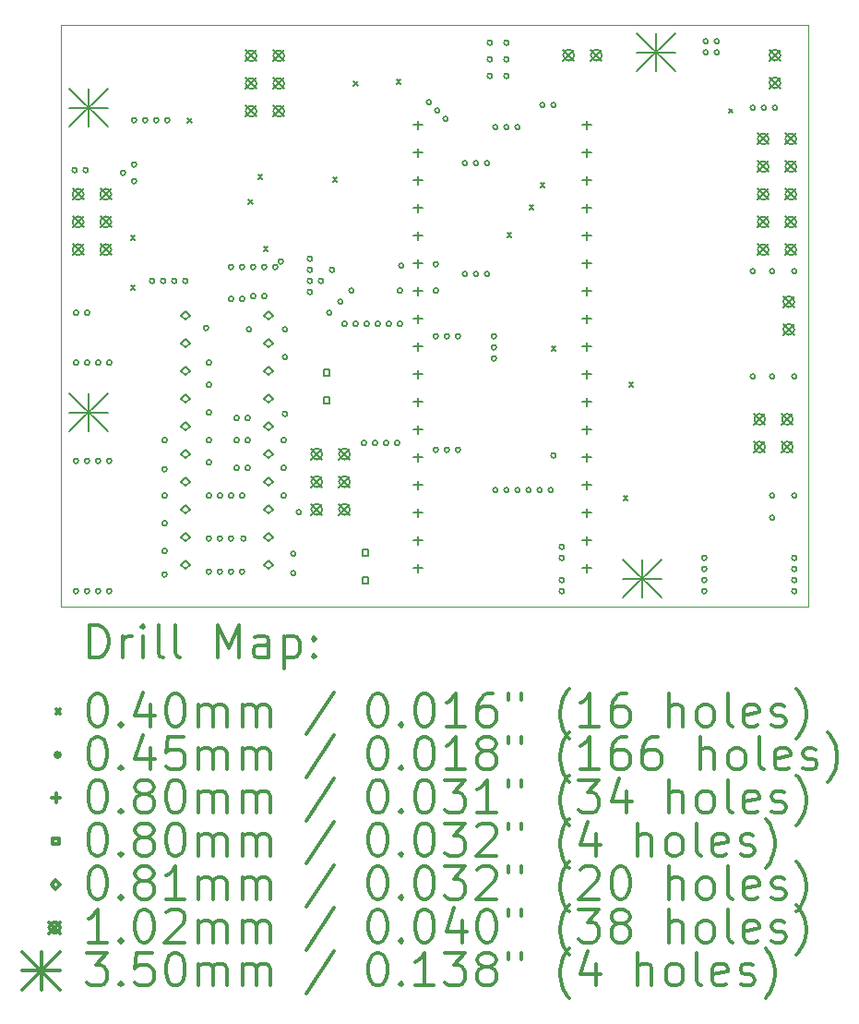
<source format=gbr>
%FSLAX45Y45*%
G04 Gerber Fmt 4.5, Leading zero omitted, Abs format (unit mm)*
G04 Created by KiCad (PCBNEW (after 2015-mar-04 BZR unknown)-product) date Thu 29 Dec 2016 04:21:40 PM CET*
%MOMM*%
G01*
G04 APERTURE LIST*
%ADD10C,0.127000*%
%ADD11C,0.100000*%
%ADD12C,0.200000*%
%ADD13C,0.300000*%
G04 APERTURE END LIST*
D10*
D11*
X8636000Y-4572000D02*
X8636000Y-9906000D01*
X8636000Y-4572000D02*
X15494000Y-4572000D01*
X15494000Y-9906000D02*
X8636000Y-9906000D01*
X15494000Y-4572000D02*
X15494000Y-9906000D01*
D12*
X9276400Y-6507800D02*
X9316400Y-6547800D01*
X9316400Y-6507800D02*
X9276400Y-6547800D01*
X9276400Y-6965000D02*
X9316400Y-7005000D01*
X9316400Y-6965000D02*
X9276400Y-7005000D01*
X9797100Y-5428300D02*
X9837100Y-5468300D01*
X9837100Y-5428300D02*
X9797100Y-5468300D01*
X10355900Y-6177600D02*
X10395900Y-6217600D01*
X10395900Y-6177600D02*
X10355900Y-6217600D01*
X10444800Y-5949000D02*
X10484800Y-5989000D01*
X10484800Y-5949000D02*
X10444800Y-5989000D01*
X10495600Y-6609400D02*
X10535600Y-6649400D01*
X10535600Y-6609400D02*
X10495600Y-6649400D01*
X11130600Y-5974400D02*
X11170600Y-6014400D01*
X11170600Y-5974400D02*
X11130600Y-6014400D01*
X11324250Y-5091750D02*
X11364250Y-5131750D01*
X11364250Y-5091750D02*
X11324250Y-5131750D01*
X11714800Y-5072700D02*
X11754800Y-5112700D01*
X11754800Y-5072700D02*
X11714800Y-5112700D01*
X12730800Y-6482400D02*
X12770800Y-6522400D01*
X12770800Y-6482400D02*
X12730800Y-6522400D01*
X12934000Y-6228400D02*
X12974000Y-6268400D01*
X12974000Y-6228400D02*
X12934000Y-6268400D01*
X13035600Y-6025200D02*
X13075600Y-6065200D01*
X13075600Y-6025200D02*
X13035600Y-6065200D01*
X13137200Y-7523800D02*
X13177200Y-7563800D01*
X13177200Y-7523800D02*
X13137200Y-7563800D01*
X13797600Y-8895400D02*
X13837600Y-8935400D01*
X13837600Y-8895400D02*
X13797600Y-8935400D01*
X13848400Y-7854000D02*
X13888400Y-7894000D01*
X13888400Y-7854000D02*
X13848400Y-7894000D01*
X14762800Y-5341940D02*
X14802800Y-5381940D01*
X14802800Y-5341940D02*
X14762800Y-5381940D01*
X8785500Y-5905500D02*
G75*
G03X8785500Y-5905500I-22500J0D01*
G01*
X8798200Y-7213600D02*
G75*
G03X8798200Y-7213600I-22500J0D01*
G01*
X8798200Y-7670800D02*
G75*
G03X8798200Y-7670800I-22500J0D01*
G01*
X8798200Y-8572500D02*
G75*
G03X8798200Y-8572500I-22500J0D01*
G01*
X8798200Y-9766300D02*
G75*
G03X8798200Y-9766300I-22500J0D01*
G01*
X8887100Y-5905500D02*
G75*
G03X8887100Y-5905500I-22500J0D01*
G01*
X8899800Y-7213600D02*
G75*
G03X8899800Y-7213600I-22500J0D01*
G01*
X8899800Y-7670800D02*
G75*
G03X8899800Y-7670800I-22500J0D01*
G01*
X8899800Y-8572500D02*
G75*
G03X8899800Y-8572500I-22500J0D01*
G01*
X8899800Y-9766300D02*
G75*
G03X8899800Y-9766300I-22500J0D01*
G01*
X9001400Y-7670800D02*
G75*
G03X9001400Y-7670800I-22500J0D01*
G01*
X9001400Y-8572500D02*
G75*
G03X9001400Y-8572500I-22500J0D01*
G01*
X9001400Y-9766300D02*
G75*
G03X9001400Y-9766300I-22500J0D01*
G01*
X9103000Y-7670800D02*
G75*
G03X9103000Y-7670800I-22500J0D01*
G01*
X9103000Y-8572500D02*
G75*
G03X9103000Y-8572500I-22500J0D01*
G01*
X9103000Y-9766300D02*
G75*
G03X9103000Y-9766300I-22500J0D01*
G01*
X9230000Y-5930900D02*
G75*
G03X9230000Y-5930900I-22500J0D01*
G01*
X9331600Y-5448300D02*
G75*
G03X9331600Y-5448300I-22500J0D01*
G01*
X9331600Y-5854700D02*
G75*
G03X9331600Y-5854700I-22500J0D01*
G01*
X9331600Y-6007100D02*
G75*
G03X9331600Y-6007100I-22500J0D01*
G01*
X9433200Y-5448300D02*
G75*
G03X9433200Y-5448300I-22500J0D01*
G01*
X9496700Y-6921500D02*
G75*
G03X9496700Y-6921500I-22500J0D01*
G01*
X9534800Y-5448300D02*
G75*
G03X9534800Y-5448300I-22500J0D01*
G01*
X9598300Y-6921500D02*
G75*
G03X9598300Y-6921500I-22500J0D01*
G01*
X9611000Y-8382000D02*
G75*
G03X9611000Y-8382000I-22500J0D01*
G01*
X9611000Y-8648700D02*
G75*
G03X9611000Y-8648700I-22500J0D01*
G01*
X9611000Y-8890000D02*
G75*
G03X9611000Y-8890000I-22500J0D01*
G01*
X9611000Y-9144000D02*
G75*
G03X9611000Y-9144000I-22500J0D01*
G01*
X9611000Y-9398000D02*
G75*
G03X9611000Y-9398000I-22500J0D01*
G01*
X9611000Y-9613900D02*
G75*
G03X9611000Y-9613900I-22500J0D01*
G01*
X9636400Y-5448300D02*
G75*
G03X9636400Y-5448300I-22500J0D01*
G01*
X9699900Y-6921500D02*
G75*
G03X9699900Y-6921500I-22500J0D01*
G01*
X9801500Y-6921500D02*
G75*
G03X9801500Y-6921500I-22500J0D01*
G01*
X9992000Y-7353300D02*
G75*
G03X9992000Y-7353300I-22500J0D01*
G01*
X9992000Y-7353300D02*
G75*
G03X9992000Y-7353300I-22500J0D01*
G01*
X10017400Y-7670800D02*
G75*
G03X10017400Y-7670800I-22500J0D01*
G01*
X10017400Y-7874000D02*
G75*
G03X10017400Y-7874000I-22500J0D01*
G01*
X10017400Y-8128000D02*
G75*
G03X10017400Y-8128000I-22500J0D01*
G01*
X10017400Y-8382000D02*
G75*
G03X10017400Y-8382000I-22500J0D01*
G01*
X10017400Y-8585200D02*
G75*
G03X10017400Y-8585200I-22500J0D01*
G01*
X10017400Y-8890000D02*
G75*
G03X10017400Y-8890000I-22500J0D01*
G01*
X10017400Y-9283700D02*
G75*
G03X10017400Y-9283700I-22500J0D01*
G01*
X10017400Y-9588500D02*
G75*
G03X10017400Y-9588500I-22500J0D01*
G01*
X10119000Y-8890000D02*
G75*
G03X10119000Y-8890000I-22500J0D01*
G01*
X10119000Y-9283700D02*
G75*
G03X10119000Y-9283700I-22500J0D01*
G01*
X10119000Y-9588500D02*
G75*
G03X10119000Y-9588500I-22500J0D01*
G01*
X10220600Y-6794500D02*
G75*
G03X10220600Y-6794500I-22500J0D01*
G01*
X10220600Y-7086600D02*
G75*
G03X10220600Y-7086600I-22500J0D01*
G01*
X10220600Y-8890000D02*
G75*
G03X10220600Y-8890000I-22500J0D01*
G01*
X10220600Y-9283700D02*
G75*
G03X10220600Y-9283700I-22500J0D01*
G01*
X10220600Y-9588500D02*
G75*
G03X10220600Y-9588500I-22500J0D01*
G01*
X10271400Y-8178800D02*
G75*
G03X10271400Y-8178800I-22500J0D01*
G01*
X10271400Y-8382000D02*
G75*
G03X10271400Y-8382000I-22500J0D01*
G01*
X10271400Y-8636000D02*
G75*
G03X10271400Y-8636000I-22500J0D01*
G01*
X10322200Y-6794500D02*
G75*
G03X10322200Y-6794500I-22500J0D01*
G01*
X10322200Y-7086600D02*
G75*
G03X10322200Y-7086600I-22500J0D01*
G01*
X10322200Y-8890000D02*
G75*
G03X10322200Y-8890000I-22500J0D01*
G01*
X10322200Y-9588500D02*
G75*
G03X10322200Y-9588500I-22500J0D01*
G01*
X10334900Y-9283700D02*
G75*
G03X10334900Y-9283700I-22500J0D01*
G01*
X10373000Y-8178800D02*
G75*
G03X10373000Y-8178800I-22500J0D01*
G01*
X10373000Y-8382000D02*
G75*
G03X10373000Y-8382000I-22500J0D01*
G01*
X10373000Y-8636000D02*
G75*
G03X10373000Y-8636000I-22500J0D01*
G01*
X10385700Y-7366000D02*
G75*
G03X10385700Y-7366000I-22500J0D01*
G01*
X10423800Y-6794500D02*
G75*
G03X10423800Y-6794500I-22500J0D01*
G01*
X10423800Y-7061200D02*
G75*
G03X10423800Y-7061200I-22500J0D01*
G01*
X10525400Y-6794500D02*
G75*
G03X10525400Y-6794500I-22500J0D01*
G01*
X10525400Y-7061200D02*
G75*
G03X10525400Y-7061200I-22500J0D01*
G01*
X10627000Y-6794500D02*
G75*
G03X10627000Y-6794500I-22500J0D01*
G01*
X10677800Y-6743700D02*
G75*
G03X10677800Y-6743700I-22500J0D01*
G01*
X10703200Y-8382000D02*
G75*
G03X10703200Y-8382000I-22500J0D01*
G01*
X10703200Y-8636000D02*
G75*
G03X10703200Y-8636000I-22500J0D01*
G01*
X10703200Y-8890000D02*
G75*
G03X10703200Y-8890000I-22500J0D01*
G01*
X10715900Y-7366000D02*
G75*
G03X10715900Y-7366000I-22500J0D01*
G01*
X10715900Y-7620000D02*
G75*
G03X10715900Y-7620000I-22500J0D01*
G01*
X10715900Y-8140700D02*
G75*
G03X10715900Y-8140700I-22500J0D01*
G01*
X10792100Y-9423400D02*
G75*
G03X10792100Y-9423400I-22500J0D01*
G01*
X10792100Y-9601200D02*
G75*
G03X10792100Y-9601200I-22500J0D01*
G01*
X10842900Y-9042400D02*
G75*
G03X10842900Y-9042400I-22500J0D01*
G01*
X10944500Y-6718300D02*
G75*
G03X10944500Y-6718300I-22500J0D01*
G01*
X10944500Y-6819900D02*
G75*
G03X10944500Y-6819900I-22500J0D01*
G01*
X10944500Y-6921500D02*
G75*
G03X10944500Y-6921500I-22500J0D01*
G01*
X10944500Y-7023100D02*
G75*
G03X10944500Y-7023100I-22500J0D01*
G01*
X11046100Y-6921500D02*
G75*
G03X11046100Y-6921500I-22500J0D01*
G01*
X11122300Y-7213600D02*
G75*
G03X11122300Y-7213600I-22500J0D01*
G01*
X11147700Y-6819900D02*
G75*
G03X11147700Y-6819900I-22500J0D01*
G01*
X11223900Y-7112000D02*
G75*
G03X11223900Y-7112000I-22500J0D01*
G01*
X11262000Y-7315200D02*
G75*
G03X11262000Y-7315200I-22500J0D01*
G01*
X11325500Y-7010400D02*
G75*
G03X11325500Y-7010400I-22500J0D01*
G01*
X11363600Y-7315200D02*
G75*
G03X11363600Y-7315200I-22500J0D01*
G01*
X11439800Y-8407400D02*
G75*
G03X11439800Y-8407400I-22500J0D01*
G01*
X11465200Y-7315200D02*
G75*
G03X11465200Y-7315200I-22500J0D01*
G01*
X11541400Y-8407400D02*
G75*
G03X11541400Y-8407400I-22500J0D01*
G01*
X11566800Y-7315200D02*
G75*
G03X11566800Y-7315200I-22500J0D01*
G01*
X11643000Y-8407400D02*
G75*
G03X11643000Y-8407400I-22500J0D01*
G01*
X11668400Y-7315200D02*
G75*
G03X11668400Y-7315200I-22500J0D01*
G01*
X11744600Y-8407400D02*
G75*
G03X11744600Y-8407400I-22500J0D01*
G01*
X11770000Y-7010400D02*
G75*
G03X11770000Y-7010400I-22500J0D01*
G01*
X11770000Y-7315200D02*
G75*
G03X11770000Y-7315200I-22500J0D01*
G01*
X11782700Y-6781800D02*
G75*
G03X11782700Y-6781800I-22500J0D01*
G01*
X12036700Y-5283200D02*
G75*
G03X12036700Y-5283200I-22500J0D01*
G01*
X12100200Y-6769100D02*
G75*
G03X12100200Y-6769100I-22500J0D01*
G01*
X12100200Y-7010400D02*
G75*
G03X12100200Y-7010400I-22500J0D01*
G01*
X12100200Y-7429500D02*
G75*
G03X12100200Y-7429500I-22500J0D01*
G01*
X12100200Y-8470900D02*
G75*
G03X12100200Y-8470900I-22500J0D01*
G01*
X12112900Y-5359400D02*
G75*
G03X12112900Y-5359400I-22500J0D01*
G01*
X12189100Y-5435600D02*
G75*
G03X12189100Y-5435600I-22500J0D01*
G01*
X12201800Y-7429500D02*
G75*
G03X12201800Y-7429500I-22500J0D01*
G01*
X12201800Y-8470900D02*
G75*
G03X12201800Y-8470900I-22500J0D01*
G01*
X12303400Y-7429500D02*
G75*
G03X12303400Y-7429500I-22500J0D01*
G01*
X12303400Y-8470900D02*
G75*
G03X12303400Y-8470900I-22500J0D01*
G01*
X12366900Y-5842000D02*
G75*
G03X12366900Y-5842000I-22500J0D01*
G01*
X12366900Y-6858000D02*
G75*
G03X12366900Y-6858000I-22500J0D01*
G01*
X12468500Y-5842000D02*
G75*
G03X12468500Y-5842000I-22500J0D01*
G01*
X12468500Y-6858000D02*
G75*
G03X12468500Y-6858000I-22500J0D01*
G01*
X12570100Y-5842000D02*
G75*
G03X12570100Y-5842000I-22500J0D01*
G01*
X12570100Y-6858000D02*
G75*
G03X12570100Y-6858000I-22500J0D01*
G01*
X12595500Y-4737100D02*
G75*
G03X12595500Y-4737100I-22500J0D01*
G01*
X12595500Y-4889500D02*
G75*
G03X12595500Y-4889500I-22500J0D01*
G01*
X12595500Y-5041900D02*
G75*
G03X12595500Y-5041900I-22500J0D01*
G01*
X12633600Y-7429500D02*
G75*
G03X12633600Y-7429500I-22500J0D01*
G01*
X12633600Y-7531100D02*
G75*
G03X12633600Y-7531100I-22500J0D01*
G01*
X12633600Y-7632700D02*
G75*
G03X12633600Y-7632700I-22500J0D01*
G01*
X12646300Y-5511800D02*
G75*
G03X12646300Y-5511800I-22500J0D01*
G01*
X12646300Y-8839200D02*
G75*
G03X12646300Y-8839200I-22500J0D01*
G01*
X12747900Y-4737100D02*
G75*
G03X12747900Y-4737100I-22500J0D01*
G01*
X12747900Y-4889500D02*
G75*
G03X12747900Y-4889500I-22500J0D01*
G01*
X12747900Y-5041900D02*
G75*
G03X12747900Y-5041900I-22500J0D01*
G01*
X12747900Y-5511800D02*
G75*
G03X12747900Y-5511800I-22500J0D01*
G01*
X12747900Y-8839200D02*
G75*
G03X12747900Y-8839200I-22500J0D01*
G01*
X12849500Y-5511800D02*
G75*
G03X12849500Y-5511800I-22500J0D01*
G01*
X12849500Y-5511800D02*
G75*
G03X12849500Y-5511800I-22500J0D01*
G01*
X12849500Y-8839200D02*
G75*
G03X12849500Y-8839200I-22500J0D01*
G01*
X12951100Y-8839200D02*
G75*
G03X12951100Y-8839200I-22500J0D01*
G01*
X13052700Y-8839200D02*
G75*
G03X13052700Y-8839200I-22500J0D01*
G01*
X13078100Y-5308600D02*
G75*
G03X13078100Y-5308600I-22500J0D01*
G01*
X13154300Y-8839200D02*
G75*
G03X13154300Y-8839200I-22500J0D01*
G01*
X13179700Y-5308600D02*
G75*
G03X13179700Y-5308600I-22500J0D01*
G01*
X13179700Y-8521700D02*
G75*
G03X13179700Y-8521700I-22500J0D01*
G01*
X13255900Y-9359900D02*
G75*
G03X13255900Y-9359900I-22500J0D01*
G01*
X13255900Y-9461500D02*
G75*
G03X13255900Y-9461500I-22500J0D01*
G01*
X13255900Y-9664700D02*
G75*
G03X13255900Y-9664700I-22500J0D01*
G01*
X13255900Y-9766300D02*
G75*
G03X13255900Y-9766300I-22500J0D01*
G01*
X14564000Y-9461500D02*
G75*
G03X14564000Y-9461500I-22500J0D01*
G01*
X14564000Y-9563100D02*
G75*
G03X14564000Y-9563100I-22500J0D01*
G01*
X14564000Y-9664700D02*
G75*
G03X14564000Y-9664700I-22500J0D01*
G01*
X14564000Y-9766300D02*
G75*
G03X14564000Y-9766300I-22500J0D01*
G01*
X14576700Y-4724400D02*
G75*
G03X14576700Y-4724400I-22500J0D01*
G01*
X14576700Y-4826000D02*
G75*
G03X14576700Y-4826000I-22500J0D01*
G01*
X14678300Y-4724400D02*
G75*
G03X14678300Y-4724400I-22500J0D01*
G01*
X14678300Y-4826000D02*
G75*
G03X14678300Y-4826000I-22500J0D01*
G01*
X15008500Y-5334000D02*
G75*
G03X15008500Y-5334000I-22500J0D01*
G01*
X15008500Y-6832600D02*
G75*
G03X15008500Y-6832600I-22500J0D01*
G01*
X15008500Y-7797800D02*
G75*
G03X15008500Y-7797800I-22500J0D01*
G01*
X15110100Y-5334000D02*
G75*
G03X15110100Y-5334000I-22500J0D01*
G01*
X15186300Y-6832600D02*
G75*
G03X15186300Y-6832600I-22500J0D01*
G01*
X15186300Y-7797800D02*
G75*
G03X15186300Y-7797800I-22500J0D01*
G01*
X15186300Y-8890000D02*
G75*
G03X15186300Y-8890000I-22500J0D01*
G01*
X15186300Y-9093200D02*
G75*
G03X15186300Y-9093200I-22500J0D01*
G01*
X15211700Y-5334000D02*
G75*
G03X15211700Y-5334000I-22500J0D01*
G01*
X15389500Y-6832600D02*
G75*
G03X15389500Y-6832600I-22500J0D01*
G01*
X15389500Y-7797800D02*
G75*
G03X15389500Y-7797800I-22500J0D01*
G01*
X15389500Y-8890000D02*
G75*
G03X15389500Y-8890000I-22500J0D01*
G01*
X15389500Y-9461500D02*
G75*
G03X15389500Y-9461500I-22500J0D01*
G01*
X15389500Y-9563100D02*
G75*
G03X15389500Y-9563100I-22500J0D01*
G01*
X15389500Y-9664700D02*
G75*
G03X15389500Y-9664700I-22500J0D01*
G01*
X15389500Y-9766300D02*
G75*
G03X15389500Y-9766300I-22500J0D01*
G01*
X11914400Y-5452000D02*
X11914400Y-5532000D01*
X11874400Y-5492000D02*
X11954400Y-5492000D01*
X11914400Y-5706000D02*
X11914400Y-5786000D01*
X11874400Y-5746000D02*
X11954400Y-5746000D01*
X11914400Y-5960000D02*
X11914400Y-6040000D01*
X11874400Y-6000000D02*
X11954400Y-6000000D01*
X11914400Y-6214000D02*
X11914400Y-6294000D01*
X11874400Y-6254000D02*
X11954400Y-6254000D01*
X11914400Y-6468000D02*
X11914400Y-6548000D01*
X11874400Y-6508000D02*
X11954400Y-6508000D01*
X11914400Y-6722000D02*
X11914400Y-6802000D01*
X11874400Y-6762000D02*
X11954400Y-6762000D01*
X11914400Y-6976000D02*
X11914400Y-7056000D01*
X11874400Y-7016000D02*
X11954400Y-7016000D01*
X11914400Y-7230000D02*
X11914400Y-7310000D01*
X11874400Y-7270000D02*
X11954400Y-7270000D01*
X11914400Y-7484000D02*
X11914400Y-7564000D01*
X11874400Y-7524000D02*
X11954400Y-7524000D01*
X11914400Y-7738000D02*
X11914400Y-7818000D01*
X11874400Y-7778000D02*
X11954400Y-7778000D01*
X11914400Y-7992000D02*
X11914400Y-8072000D01*
X11874400Y-8032000D02*
X11954400Y-8032000D01*
X11914400Y-8246000D02*
X11914400Y-8326000D01*
X11874400Y-8286000D02*
X11954400Y-8286000D01*
X11914400Y-8500000D02*
X11914400Y-8580000D01*
X11874400Y-8540000D02*
X11954400Y-8540000D01*
X11914400Y-8754000D02*
X11914400Y-8834000D01*
X11874400Y-8794000D02*
X11954400Y-8794000D01*
X11914400Y-9008000D02*
X11914400Y-9088000D01*
X11874400Y-9048000D02*
X11954400Y-9048000D01*
X11914400Y-9262000D02*
X11914400Y-9342000D01*
X11874400Y-9302000D02*
X11954400Y-9302000D01*
X11914400Y-9516000D02*
X11914400Y-9596000D01*
X11874400Y-9556000D02*
X11954400Y-9556000D01*
X13463600Y-5452000D02*
X13463600Y-5532000D01*
X13423600Y-5492000D02*
X13503600Y-5492000D01*
X13463600Y-5706000D02*
X13463600Y-5786000D01*
X13423600Y-5746000D02*
X13503600Y-5746000D01*
X13463600Y-5960000D02*
X13463600Y-6040000D01*
X13423600Y-6000000D02*
X13503600Y-6000000D01*
X13463600Y-6214000D02*
X13463600Y-6294000D01*
X13423600Y-6254000D02*
X13503600Y-6254000D01*
X13463600Y-6468000D02*
X13463600Y-6548000D01*
X13423600Y-6508000D02*
X13503600Y-6508000D01*
X13463600Y-6722000D02*
X13463600Y-6802000D01*
X13423600Y-6762000D02*
X13503600Y-6762000D01*
X13463600Y-6976000D02*
X13463600Y-7056000D01*
X13423600Y-7016000D02*
X13503600Y-7016000D01*
X13463600Y-7230000D02*
X13463600Y-7310000D01*
X13423600Y-7270000D02*
X13503600Y-7270000D01*
X13463600Y-7484000D02*
X13463600Y-7564000D01*
X13423600Y-7524000D02*
X13503600Y-7524000D01*
X13463600Y-7738000D02*
X13463600Y-7818000D01*
X13423600Y-7778000D02*
X13503600Y-7778000D01*
X13463600Y-7992000D02*
X13463600Y-8072000D01*
X13423600Y-8032000D02*
X13503600Y-8032000D01*
X13463600Y-8246000D02*
X13463600Y-8326000D01*
X13423600Y-8286000D02*
X13503600Y-8286000D01*
X13463600Y-8500000D02*
X13463600Y-8580000D01*
X13423600Y-8540000D02*
X13503600Y-8540000D01*
X13463600Y-8754000D02*
X13463600Y-8834000D01*
X13423600Y-8794000D02*
X13503600Y-8794000D01*
X13463600Y-9008000D02*
X13463600Y-9088000D01*
X13423600Y-9048000D02*
X13503600Y-9048000D01*
X13463600Y-9262000D02*
X13463600Y-9342000D01*
X13423600Y-9302000D02*
X13503600Y-9302000D01*
X13463600Y-9516000D02*
X13463600Y-9596000D01*
X13423600Y-9556000D02*
X13503600Y-9556000D01*
X11102688Y-7787988D02*
X11102688Y-7731412D01*
X11046112Y-7731412D01*
X11046112Y-7787988D01*
X11102688Y-7787988D01*
X11102688Y-8041988D02*
X11102688Y-7985412D01*
X11046112Y-7985412D01*
X11046112Y-8041988D01*
X11102688Y-8041988D01*
X11458288Y-9438988D02*
X11458288Y-9382412D01*
X11401712Y-9382412D01*
X11401712Y-9438988D01*
X11458288Y-9438988D01*
X11458288Y-9692988D02*
X11458288Y-9636412D01*
X11401712Y-9636412D01*
X11401712Y-9692988D01*
X11458288Y-9692988D01*
X9779000Y-7279640D02*
X9819640Y-7239000D01*
X9779000Y-7198360D01*
X9738360Y-7239000D01*
X9779000Y-7279640D01*
X9779000Y-7533640D02*
X9819640Y-7493000D01*
X9779000Y-7452360D01*
X9738360Y-7493000D01*
X9779000Y-7533640D01*
X9779000Y-7787640D02*
X9819640Y-7747000D01*
X9779000Y-7706360D01*
X9738360Y-7747000D01*
X9779000Y-7787640D01*
X9779000Y-8041640D02*
X9819640Y-8001000D01*
X9779000Y-7960360D01*
X9738360Y-8001000D01*
X9779000Y-8041640D01*
X9779000Y-8295640D02*
X9819640Y-8255000D01*
X9779000Y-8214360D01*
X9738360Y-8255000D01*
X9779000Y-8295640D01*
X9779000Y-8549640D02*
X9819640Y-8509000D01*
X9779000Y-8468360D01*
X9738360Y-8509000D01*
X9779000Y-8549640D01*
X9779000Y-8803640D02*
X9819640Y-8763000D01*
X9779000Y-8722360D01*
X9738360Y-8763000D01*
X9779000Y-8803640D01*
X9779000Y-9057640D02*
X9819640Y-9017000D01*
X9779000Y-8976360D01*
X9738360Y-9017000D01*
X9779000Y-9057640D01*
X9779000Y-9311640D02*
X9819640Y-9271000D01*
X9779000Y-9230360D01*
X9738360Y-9271000D01*
X9779000Y-9311640D01*
X9779000Y-9565640D02*
X9819640Y-9525000D01*
X9779000Y-9484360D01*
X9738360Y-9525000D01*
X9779000Y-9565640D01*
X10541000Y-7279640D02*
X10581640Y-7239000D01*
X10541000Y-7198360D01*
X10500360Y-7239000D01*
X10541000Y-7279640D01*
X10541000Y-7533640D02*
X10581640Y-7493000D01*
X10541000Y-7452360D01*
X10500360Y-7493000D01*
X10541000Y-7533640D01*
X10541000Y-7787640D02*
X10581640Y-7747000D01*
X10541000Y-7706360D01*
X10500360Y-7747000D01*
X10541000Y-7787640D01*
X10541000Y-8041640D02*
X10581640Y-8001000D01*
X10541000Y-7960360D01*
X10500360Y-8001000D01*
X10541000Y-8041640D01*
X10541000Y-8295640D02*
X10581640Y-8255000D01*
X10541000Y-8214360D01*
X10500360Y-8255000D01*
X10541000Y-8295640D01*
X10541000Y-8549640D02*
X10581640Y-8509000D01*
X10541000Y-8468360D01*
X10500360Y-8509000D01*
X10541000Y-8549640D01*
X10541000Y-8803640D02*
X10581640Y-8763000D01*
X10541000Y-8722360D01*
X10500360Y-8763000D01*
X10541000Y-8803640D01*
X10541000Y-9057640D02*
X10581640Y-9017000D01*
X10541000Y-8976360D01*
X10500360Y-9017000D01*
X10541000Y-9057640D01*
X10541000Y-9311640D02*
X10581640Y-9271000D01*
X10541000Y-9230360D01*
X10500360Y-9271000D01*
X10541000Y-9311640D01*
X10541000Y-9565640D02*
X10581640Y-9525000D01*
X10541000Y-9484360D01*
X10500360Y-9525000D01*
X10541000Y-9565640D01*
X8743950Y-6076950D02*
X8845550Y-6178550D01*
X8845550Y-6076950D02*
X8743950Y-6178550D01*
X8845550Y-6127750D02*
G75*
G03X8845550Y-6127750I-50800J0D01*
G01*
X8743950Y-6330950D02*
X8845550Y-6432550D01*
X8845550Y-6330950D02*
X8743950Y-6432550D01*
X8845550Y-6381750D02*
G75*
G03X8845550Y-6381750I-50800J0D01*
G01*
X8743950Y-6584950D02*
X8845550Y-6686550D01*
X8845550Y-6584950D02*
X8743950Y-6686550D01*
X8845550Y-6635750D02*
G75*
G03X8845550Y-6635750I-50800J0D01*
G01*
X8997950Y-6076950D02*
X9099550Y-6178550D01*
X9099550Y-6076950D02*
X8997950Y-6178550D01*
X9099550Y-6127750D02*
G75*
G03X9099550Y-6127750I-50800J0D01*
G01*
X8997950Y-6330950D02*
X9099550Y-6432550D01*
X9099550Y-6330950D02*
X8997950Y-6432550D01*
X9099550Y-6381750D02*
G75*
G03X9099550Y-6381750I-50800J0D01*
G01*
X8997950Y-6584950D02*
X9099550Y-6686550D01*
X9099550Y-6584950D02*
X8997950Y-6686550D01*
X9099550Y-6635750D02*
G75*
G03X9099550Y-6635750I-50800J0D01*
G01*
X10331450Y-4806950D02*
X10433050Y-4908550D01*
X10433050Y-4806950D02*
X10331450Y-4908550D01*
X10433050Y-4857750D02*
G75*
G03X10433050Y-4857750I-50800J0D01*
G01*
X10331450Y-5060950D02*
X10433050Y-5162550D01*
X10433050Y-5060950D02*
X10331450Y-5162550D01*
X10433050Y-5111750D02*
G75*
G03X10433050Y-5111750I-50800J0D01*
G01*
X10331450Y-5314950D02*
X10433050Y-5416550D01*
X10433050Y-5314950D02*
X10331450Y-5416550D01*
X10433050Y-5365750D02*
G75*
G03X10433050Y-5365750I-50800J0D01*
G01*
X10585450Y-4806950D02*
X10687050Y-4908550D01*
X10687050Y-4806950D02*
X10585450Y-4908550D01*
X10687050Y-4857750D02*
G75*
G03X10687050Y-4857750I-50800J0D01*
G01*
X10585450Y-5060950D02*
X10687050Y-5162550D01*
X10687050Y-5060950D02*
X10585450Y-5162550D01*
X10687050Y-5111750D02*
G75*
G03X10687050Y-5111750I-50800J0D01*
G01*
X10585450Y-5314950D02*
X10687050Y-5416550D01*
X10687050Y-5314950D02*
X10585450Y-5416550D01*
X10687050Y-5365750D02*
G75*
G03X10687050Y-5365750I-50800J0D01*
G01*
X10934700Y-8458200D02*
X11036300Y-8559800D01*
X11036300Y-8458200D02*
X10934700Y-8559800D01*
X11036300Y-8509000D02*
G75*
G03X11036300Y-8509000I-50800J0D01*
G01*
X10934700Y-8712200D02*
X11036300Y-8813800D01*
X11036300Y-8712200D02*
X10934700Y-8813800D01*
X11036300Y-8763000D02*
G75*
G03X11036300Y-8763000I-50800J0D01*
G01*
X10934700Y-8966200D02*
X11036300Y-9067800D01*
X11036300Y-8966200D02*
X10934700Y-9067800D01*
X11036300Y-9017000D02*
G75*
G03X11036300Y-9017000I-50800J0D01*
G01*
X11188700Y-8458200D02*
X11290300Y-8559800D01*
X11290300Y-8458200D02*
X11188700Y-8559800D01*
X11290300Y-8509000D02*
G75*
G03X11290300Y-8509000I-50800J0D01*
G01*
X11188700Y-8712200D02*
X11290300Y-8813800D01*
X11290300Y-8712200D02*
X11188700Y-8813800D01*
X11290300Y-8763000D02*
G75*
G03X11290300Y-8763000I-50800J0D01*
G01*
X11188700Y-8966200D02*
X11290300Y-9067800D01*
X11290300Y-8966200D02*
X11188700Y-9067800D01*
X11290300Y-9017000D02*
G75*
G03X11290300Y-9017000I-50800J0D01*
G01*
X13246100Y-4800600D02*
X13347700Y-4902200D01*
X13347700Y-4800600D02*
X13246100Y-4902200D01*
X13347700Y-4851400D02*
G75*
G03X13347700Y-4851400I-50800J0D01*
G01*
X13500100Y-4800600D02*
X13601700Y-4902200D01*
X13601700Y-4800600D02*
X13500100Y-4902200D01*
X13601700Y-4851400D02*
G75*
G03X13601700Y-4851400I-50800J0D01*
G01*
X14998700Y-8140700D02*
X15100300Y-8242300D01*
X15100300Y-8140700D02*
X14998700Y-8242300D01*
X15100300Y-8191500D02*
G75*
G03X15100300Y-8191500I-50800J0D01*
G01*
X14998700Y-8394700D02*
X15100300Y-8496300D01*
X15100300Y-8394700D02*
X14998700Y-8496300D01*
X15100300Y-8445500D02*
G75*
G03X15100300Y-8445500I-50800J0D01*
G01*
X15030450Y-5568950D02*
X15132050Y-5670550D01*
X15132050Y-5568950D02*
X15030450Y-5670550D01*
X15132050Y-5619750D02*
G75*
G03X15132050Y-5619750I-50800J0D01*
G01*
X15030450Y-5822950D02*
X15132050Y-5924550D01*
X15132050Y-5822950D02*
X15030450Y-5924550D01*
X15132050Y-5873750D02*
G75*
G03X15132050Y-5873750I-50800J0D01*
G01*
X15030450Y-6076950D02*
X15132050Y-6178550D01*
X15132050Y-6076950D02*
X15030450Y-6178550D01*
X15132050Y-6127750D02*
G75*
G03X15132050Y-6127750I-50800J0D01*
G01*
X15030450Y-6330950D02*
X15132050Y-6432550D01*
X15132050Y-6330950D02*
X15030450Y-6432550D01*
X15132050Y-6381750D02*
G75*
G03X15132050Y-6381750I-50800J0D01*
G01*
X15030450Y-6584950D02*
X15132050Y-6686550D01*
X15132050Y-6584950D02*
X15030450Y-6686550D01*
X15132050Y-6635750D02*
G75*
G03X15132050Y-6635750I-50800J0D01*
G01*
X15138400Y-4800600D02*
X15240000Y-4902200D01*
X15240000Y-4800600D02*
X15138400Y-4902200D01*
X15240000Y-4851400D02*
G75*
G03X15240000Y-4851400I-50800J0D01*
G01*
X15138400Y-5054600D02*
X15240000Y-5156200D01*
X15240000Y-5054600D02*
X15138400Y-5156200D01*
X15240000Y-5105400D02*
G75*
G03X15240000Y-5105400I-50800J0D01*
G01*
X15252700Y-8140700D02*
X15354300Y-8242300D01*
X15354300Y-8140700D02*
X15252700Y-8242300D01*
X15354300Y-8191500D02*
G75*
G03X15354300Y-8191500I-50800J0D01*
G01*
X15252700Y-8394700D02*
X15354300Y-8496300D01*
X15354300Y-8394700D02*
X15252700Y-8496300D01*
X15354300Y-8445500D02*
G75*
G03X15354300Y-8445500I-50800J0D01*
G01*
X15265400Y-7061200D02*
X15367000Y-7162800D01*
X15367000Y-7061200D02*
X15265400Y-7162800D01*
X15367000Y-7112000D02*
G75*
G03X15367000Y-7112000I-50800J0D01*
G01*
X15265400Y-7315200D02*
X15367000Y-7416800D01*
X15367000Y-7315200D02*
X15265400Y-7416800D01*
X15367000Y-7366000D02*
G75*
G03X15367000Y-7366000I-50800J0D01*
G01*
X15284450Y-5568950D02*
X15386050Y-5670550D01*
X15386050Y-5568950D02*
X15284450Y-5670550D01*
X15386050Y-5619750D02*
G75*
G03X15386050Y-5619750I-50800J0D01*
G01*
X15284450Y-5822950D02*
X15386050Y-5924550D01*
X15386050Y-5822950D02*
X15284450Y-5924550D01*
X15386050Y-5873750D02*
G75*
G03X15386050Y-5873750I-50800J0D01*
G01*
X15284450Y-6076950D02*
X15386050Y-6178550D01*
X15386050Y-6076950D02*
X15284450Y-6178550D01*
X15386050Y-6127750D02*
G75*
G03X15386050Y-6127750I-50800J0D01*
G01*
X15284450Y-6330950D02*
X15386050Y-6432550D01*
X15386050Y-6330950D02*
X15284450Y-6432550D01*
X15386050Y-6381750D02*
G75*
G03X15386050Y-6381750I-50800J0D01*
G01*
X15284450Y-6584950D02*
X15386050Y-6686550D01*
X15386050Y-6584950D02*
X15284450Y-6686550D01*
X15386050Y-6635750D02*
G75*
G03X15386050Y-6635750I-50800J0D01*
G01*
X8714994Y-5158994D02*
X9065006Y-5509006D01*
X9065006Y-5158994D02*
X8714994Y-5509006D01*
X8890000Y-5158994D02*
X8890000Y-5509006D01*
X8714994Y-5334000D02*
X9065006Y-5334000D01*
X8714994Y-7952994D02*
X9065006Y-8303006D01*
X9065006Y-7952994D02*
X8714994Y-8303006D01*
X8890000Y-7952994D02*
X8890000Y-8303006D01*
X8714994Y-8128000D02*
X9065006Y-8128000D01*
X13794994Y-9476994D02*
X14145006Y-9827006D01*
X14145006Y-9476994D02*
X13794994Y-9827006D01*
X13970000Y-9476994D02*
X13970000Y-9827006D01*
X13794994Y-9652000D02*
X14145006Y-9652000D01*
X13921994Y-4650994D02*
X14272006Y-5001006D01*
X14272006Y-4650994D02*
X13921994Y-5001006D01*
X14097000Y-4650994D02*
X14097000Y-5001006D01*
X13921994Y-4826000D02*
X14272006Y-4826000D01*
D13*
X8902429Y-10376714D02*
X8902429Y-10076714D01*
X8973857Y-10076714D01*
X9016714Y-10091000D01*
X9045286Y-10119572D01*
X9059571Y-10148143D01*
X9073857Y-10205286D01*
X9073857Y-10248143D01*
X9059571Y-10305286D01*
X9045286Y-10333857D01*
X9016714Y-10362429D01*
X8973857Y-10376714D01*
X8902429Y-10376714D01*
X9202429Y-10376714D02*
X9202429Y-10176714D01*
X9202429Y-10233857D02*
X9216714Y-10205286D01*
X9231000Y-10191000D01*
X9259571Y-10176714D01*
X9288143Y-10176714D01*
X9388143Y-10376714D02*
X9388143Y-10176714D01*
X9388143Y-10076714D02*
X9373857Y-10091000D01*
X9388143Y-10105286D01*
X9402429Y-10091000D01*
X9388143Y-10076714D01*
X9388143Y-10105286D01*
X9573857Y-10376714D02*
X9545286Y-10362429D01*
X9531000Y-10333857D01*
X9531000Y-10076714D01*
X9731000Y-10376714D02*
X9702429Y-10362429D01*
X9688143Y-10333857D01*
X9688143Y-10076714D01*
X10073857Y-10376714D02*
X10073857Y-10076714D01*
X10173857Y-10291000D01*
X10273857Y-10076714D01*
X10273857Y-10376714D01*
X10545286Y-10376714D02*
X10545286Y-10219572D01*
X10531000Y-10191000D01*
X10502429Y-10176714D01*
X10445286Y-10176714D01*
X10416714Y-10191000D01*
X10545286Y-10362429D02*
X10516714Y-10376714D01*
X10445286Y-10376714D01*
X10416714Y-10362429D01*
X10402429Y-10333857D01*
X10402429Y-10305286D01*
X10416714Y-10276714D01*
X10445286Y-10262429D01*
X10516714Y-10262429D01*
X10545286Y-10248143D01*
X10688143Y-10176714D02*
X10688143Y-10476714D01*
X10688143Y-10191000D02*
X10716714Y-10176714D01*
X10773857Y-10176714D01*
X10802429Y-10191000D01*
X10816714Y-10205286D01*
X10831000Y-10233857D01*
X10831000Y-10319572D01*
X10816714Y-10348143D01*
X10802429Y-10362429D01*
X10773857Y-10376714D01*
X10716714Y-10376714D01*
X10688143Y-10362429D01*
X10959571Y-10348143D02*
X10973857Y-10362429D01*
X10959571Y-10376714D01*
X10945286Y-10362429D01*
X10959571Y-10348143D01*
X10959571Y-10376714D01*
X10959571Y-10191000D02*
X10973857Y-10205286D01*
X10959571Y-10219572D01*
X10945286Y-10205286D01*
X10959571Y-10191000D01*
X10959571Y-10219572D01*
X8591000Y-10851000D02*
X8631000Y-10891000D01*
X8631000Y-10851000D02*
X8591000Y-10891000D01*
X8959571Y-10706714D02*
X8988143Y-10706714D01*
X9016714Y-10721000D01*
X9031000Y-10735286D01*
X9045286Y-10763857D01*
X9059571Y-10821000D01*
X9059571Y-10892429D01*
X9045286Y-10949572D01*
X9031000Y-10978143D01*
X9016714Y-10992429D01*
X8988143Y-11006714D01*
X8959571Y-11006714D01*
X8931000Y-10992429D01*
X8916714Y-10978143D01*
X8902429Y-10949572D01*
X8888143Y-10892429D01*
X8888143Y-10821000D01*
X8902429Y-10763857D01*
X8916714Y-10735286D01*
X8931000Y-10721000D01*
X8959571Y-10706714D01*
X9188143Y-10978143D02*
X9202429Y-10992429D01*
X9188143Y-11006714D01*
X9173857Y-10992429D01*
X9188143Y-10978143D01*
X9188143Y-11006714D01*
X9459571Y-10806714D02*
X9459571Y-11006714D01*
X9388143Y-10692429D02*
X9316714Y-10906714D01*
X9502428Y-10906714D01*
X9673857Y-10706714D02*
X9702429Y-10706714D01*
X9731000Y-10721000D01*
X9745286Y-10735286D01*
X9759571Y-10763857D01*
X9773857Y-10821000D01*
X9773857Y-10892429D01*
X9759571Y-10949572D01*
X9745286Y-10978143D01*
X9731000Y-10992429D01*
X9702429Y-11006714D01*
X9673857Y-11006714D01*
X9645286Y-10992429D01*
X9631000Y-10978143D01*
X9616714Y-10949572D01*
X9602429Y-10892429D01*
X9602429Y-10821000D01*
X9616714Y-10763857D01*
X9631000Y-10735286D01*
X9645286Y-10721000D01*
X9673857Y-10706714D01*
X9902429Y-11006714D02*
X9902429Y-10806714D01*
X9902429Y-10835286D02*
X9916714Y-10821000D01*
X9945286Y-10806714D01*
X9988143Y-10806714D01*
X10016714Y-10821000D01*
X10031000Y-10849572D01*
X10031000Y-11006714D01*
X10031000Y-10849572D02*
X10045286Y-10821000D01*
X10073857Y-10806714D01*
X10116714Y-10806714D01*
X10145286Y-10821000D01*
X10159571Y-10849572D01*
X10159571Y-11006714D01*
X10302429Y-11006714D02*
X10302429Y-10806714D01*
X10302429Y-10835286D02*
X10316714Y-10821000D01*
X10345286Y-10806714D01*
X10388143Y-10806714D01*
X10416714Y-10821000D01*
X10431000Y-10849572D01*
X10431000Y-11006714D01*
X10431000Y-10849572D02*
X10445286Y-10821000D01*
X10473857Y-10806714D01*
X10516714Y-10806714D01*
X10545286Y-10821000D01*
X10559571Y-10849572D01*
X10559571Y-11006714D01*
X11145286Y-10692429D02*
X10888143Y-11078143D01*
X11531000Y-10706714D02*
X11559571Y-10706714D01*
X11588143Y-10721000D01*
X11602428Y-10735286D01*
X11616714Y-10763857D01*
X11631000Y-10821000D01*
X11631000Y-10892429D01*
X11616714Y-10949572D01*
X11602428Y-10978143D01*
X11588143Y-10992429D01*
X11559571Y-11006714D01*
X11531000Y-11006714D01*
X11502428Y-10992429D01*
X11488143Y-10978143D01*
X11473857Y-10949572D01*
X11459571Y-10892429D01*
X11459571Y-10821000D01*
X11473857Y-10763857D01*
X11488143Y-10735286D01*
X11502428Y-10721000D01*
X11531000Y-10706714D01*
X11759571Y-10978143D02*
X11773857Y-10992429D01*
X11759571Y-11006714D01*
X11745286Y-10992429D01*
X11759571Y-10978143D01*
X11759571Y-11006714D01*
X11959571Y-10706714D02*
X11988143Y-10706714D01*
X12016714Y-10721000D01*
X12031000Y-10735286D01*
X12045285Y-10763857D01*
X12059571Y-10821000D01*
X12059571Y-10892429D01*
X12045285Y-10949572D01*
X12031000Y-10978143D01*
X12016714Y-10992429D01*
X11988143Y-11006714D01*
X11959571Y-11006714D01*
X11931000Y-10992429D01*
X11916714Y-10978143D01*
X11902428Y-10949572D01*
X11888143Y-10892429D01*
X11888143Y-10821000D01*
X11902428Y-10763857D01*
X11916714Y-10735286D01*
X11931000Y-10721000D01*
X11959571Y-10706714D01*
X12345285Y-11006714D02*
X12173857Y-11006714D01*
X12259571Y-11006714D02*
X12259571Y-10706714D01*
X12231000Y-10749572D01*
X12202428Y-10778143D01*
X12173857Y-10792429D01*
X12602428Y-10706714D02*
X12545285Y-10706714D01*
X12516714Y-10721000D01*
X12502428Y-10735286D01*
X12473857Y-10778143D01*
X12459571Y-10835286D01*
X12459571Y-10949572D01*
X12473857Y-10978143D01*
X12488143Y-10992429D01*
X12516714Y-11006714D01*
X12573857Y-11006714D01*
X12602428Y-10992429D01*
X12616714Y-10978143D01*
X12631000Y-10949572D01*
X12631000Y-10878143D01*
X12616714Y-10849572D01*
X12602428Y-10835286D01*
X12573857Y-10821000D01*
X12516714Y-10821000D01*
X12488143Y-10835286D01*
X12473857Y-10849572D01*
X12459571Y-10878143D01*
X12745286Y-10706714D02*
X12745286Y-10763857D01*
X12859571Y-10706714D02*
X12859571Y-10763857D01*
X13302428Y-11121000D02*
X13288143Y-11106714D01*
X13259571Y-11063857D01*
X13245285Y-11035286D01*
X13231000Y-10992429D01*
X13216714Y-10921000D01*
X13216714Y-10863857D01*
X13231000Y-10792429D01*
X13245285Y-10749572D01*
X13259571Y-10721000D01*
X13288143Y-10678143D01*
X13302428Y-10663857D01*
X13573857Y-11006714D02*
X13402428Y-11006714D01*
X13488143Y-11006714D02*
X13488143Y-10706714D01*
X13459571Y-10749572D01*
X13431000Y-10778143D01*
X13402428Y-10792429D01*
X13831000Y-10706714D02*
X13773857Y-10706714D01*
X13745285Y-10721000D01*
X13731000Y-10735286D01*
X13702428Y-10778143D01*
X13688143Y-10835286D01*
X13688143Y-10949572D01*
X13702428Y-10978143D01*
X13716714Y-10992429D01*
X13745285Y-11006714D01*
X13802428Y-11006714D01*
X13831000Y-10992429D01*
X13845285Y-10978143D01*
X13859571Y-10949572D01*
X13859571Y-10878143D01*
X13845285Y-10849572D01*
X13831000Y-10835286D01*
X13802428Y-10821000D01*
X13745285Y-10821000D01*
X13716714Y-10835286D01*
X13702428Y-10849572D01*
X13688143Y-10878143D01*
X14216714Y-11006714D02*
X14216714Y-10706714D01*
X14345285Y-11006714D02*
X14345285Y-10849572D01*
X14331000Y-10821000D01*
X14302428Y-10806714D01*
X14259571Y-10806714D01*
X14231000Y-10821000D01*
X14216714Y-10835286D01*
X14531000Y-11006714D02*
X14502428Y-10992429D01*
X14488143Y-10978143D01*
X14473857Y-10949572D01*
X14473857Y-10863857D01*
X14488143Y-10835286D01*
X14502428Y-10821000D01*
X14531000Y-10806714D01*
X14573857Y-10806714D01*
X14602428Y-10821000D01*
X14616714Y-10835286D01*
X14631000Y-10863857D01*
X14631000Y-10949572D01*
X14616714Y-10978143D01*
X14602428Y-10992429D01*
X14573857Y-11006714D01*
X14531000Y-11006714D01*
X14802428Y-11006714D02*
X14773857Y-10992429D01*
X14759571Y-10963857D01*
X14759571Y-10706714D01*
X15031000Y-10992429D02*
X15002428Y-11006714D01*
X14945286Y-11006714D01*
X14916714Y-10992429D01*
X14902428Y-10963857D01*
X14902428Y-10849572D01*
X14916714Y-10821000D01*
X14945286Y-10806714D01*
X15002428Y-10806714D01*
X15031000Y-10821000D01*
X15045286Y-10849572D01*
X15045286Y-10878143D01*
X14902428Y-10906714D01*
X15159571Y-10992429D02*
X15188143Y-11006714D01*
X15245286Y-11006714D01*
X15273857Y-10992429D01*
X15288143Y-10963857D01*
X15288143Y-10949572D01*
X15273857Y-10921000D01*
X15245286Y-10906714D01*
X15202428Y-10906714D01*
X15173857Y-10892429D01*
X15159571Y-10863857D01*
X15159571Y-10849572D01*
X15173857Y-10821000D01*
X15202428Y-10806714D01*
X15245286Y-10806714D01*
X15273857Y-10821000D01*
X15388143Y-11121000D02*
X15402428Y-11106714D01*
X15431000Y-11063857D01*
X15445286Y-11035286D01*
X15459571Y-10992429D01*
X15473857Y-10921000D01*
X15473857Y-10863857D01*
X15459571Y-10792429D01*
X15445286Y-10749572D01*
X15431000Y-10721000D01*
X15402428Y-10678143D01*
X15388143Y-10663857D01*
X8631000Y-11267000D02*
G75*
G03X8631000Y-11267000I-22500J0D01*
G01*
X8959571Y-11102714D02*
X8988143Y-11102714D01*
X9016714Y-11117000D01*
X9031000Y-11131286D01*
X9045286Y-11159857D01*
X9059571Y-11217000D01*
X9059571Y-11288429D01*
X9045286Y-11345571D01*
X9031000Y-11374143D01*
X9016714Y-11388429D01*
X8988143Y-11402714D01*
X8959571Y-11402714D01*
X8931000Y-11388429D01*
X8916714Y-11374143D01*
X8902429Y-11345571D01*
X8888143Y-11288429D01*
X8888143Y-11217000D01*
X8902429Y-11159857D01*
X8916714Y-11131286D01*
X8931000Y-11117000D01*
X8959571Y-11102714D01*
X9188143Y-11374143D02*
X9202429Y-11388429D01*
X9188143Y-11402714D01*
X9173857Y-11388429D01*
X9188143Y-11374143D01*
X9188143Y-11402714D01*
X9459571Y-11202714D02*
X9459571Y-11402714D01*
X9388143Y-11088429D02*
X9316714Y-11302714D01*
X9502428Y-11302714D01*
X9759571Y-11102714D02*
X9616714Y-11102714D01*
X9602429Y-11245571D01*
X9616714Y-11231286D01*
X9645286Y-11217000D01*
X9716714Y-11217000D01*
X9745286Y-11231286D01*
X9759571Y-11245571D01*
X9773857Y-11274143D01*
X9773857Y-11345571D01*
X9759571Y-11374143D01*
X9745286Y-11388429D01*
X9716714Y-11402714D01*
X9645286Y-11402714D01*
X9616714Y-11388429D01*
X9602429Y-11374143D01*
X9902429Y-11402714D02*
X9902429Y-11202714D01*
X9902429Y-11231286D02*
X9916714Y-11217000D01*
X9945286Y-11202714D01*
X9988143Y-11202714D01*
X10016714Y-11217000D01*
X10031000Y-11245571D01*
X10031000Y-11402714D01*
X10031000Y-11245571D02*
X10045286Y-11217000D01*
X10073857Y-11202714D01*
X10116714Y-11202714D01*
X10145286Y-11217000D01*
X10159571Y-11245571D01*
X10159571Y-11402714D01*
X10302429Y-11402714D02*
X10302429Y-11202714D01*
X10302429Y-11231286D02*
X10316714Y-11217000D01*
X10345286Y-11202714D01*
X10388143Y-11202714D01*
X10416714Y-11217000D01*
X10431000Y-11245571D01*
X10431000Y-11402714D01*
X10431000Y-11245571D02*
X10445286Y-11217000D01*
X10473857Y-11202714D01*
X10516714Y-11202714D01*
X10545286Y-11217000D01*
X10559571Y-11245571D01*
X10559571Y-11402714D01*
X11145286Y-11088429D02*
X10888143Y-11474143D01*
X11531000Y-11102714D02*
X11559571Y-11102714D01*
X11588143Y-11117000D01*
X11602428Y-11131286D01*
X11616714Y-11159857D01*
X11631000Y-11217000D01*
X11631000Y-11288429D01*
X11616714Y-11345571D01*
X11602428Y-11374143D01*
X11588143Y-11388429D01*
X11559571Y-11402714D01*
X11531000Y-11402714D01*
X11502428Y-11388429D01*
X11488143Y-11374143D01*
X11473857Y-11345571D01*
X11459571Y-11288429D01*
X11459571Y-11217000D01*
X11473857Y-11159857D01*
X11488143Y-11131286D01*
X11502428Y-11117000D01*
X11531000Y-11102714D01*
X11759571Y-11374143D02*
X11773857Y-11388429D01*
X11759571Y-11402714D01*
X11745286Y-11388429D01*
X11759571Y-11374143D01*
X11759571Y-11402714D01*
X11959571Y-11102714D02*
X11988143Y-11102714D01*
X12016714Y-11117000D01*
X12031000Y-11131286D01*
X12045285Y-11159857D01*
X12059571Y-11217000D01*
X12059571Y-11288429D01*
X12045285Y-11345571D01*
X12031000Y-11374143D01*
X12016714Y-11388429D01*
X11988143Y-11402714D01*
X11959571Y-11402714D01*
X11931000Y-11388429D01*
X11916714Y-11374143D01*
X11902428Y-11345571D01*
X11888143Y-11288429D01*
X11888143Y-11217000D01*
X11902428Y-11159857D01*
X11916714Y-11131286D01*
X11931000Y-11117000D01*
X11959571Y-11102714D01*
X12345285Y-11402714D02*
X12173857Y-11402714D01*
X12259571Y-11402714D02*
X12259571Y-11102714D01*
X12231000Y-11145572D01*
X12202428Y-11174143D01*
X12173857Y-11188429D01*
X12516714Y-11231286D02*
X12488143Y-11217000D01*
X12473857Y-11202714D01*
X12459571Y-11174143D01*
X12459571Y-11159857D01*
X12473857Y-11131286D01*
X12488143Y-11117000D01*
X12516714Y-11102714D01*
X12573857Y-11102714D01*
X12602428Y-11117000D01*
X12616714Y-11131286D01*
X12631000Y-11159857D01*
X12631000Y-11174143D01*
X12616714Y-11202714D01*
X12602428Y-11217000D01*
X12573857Y-11231286D01*
X12516714Y-11231286D01*
X12488143Y-11245571D01*
X12473857Y-11259857D01*
X12459571Y-11288429D01*
X12459571Y-11345571D01*
X12473857Y-11374143D01*
X12488143Y-11388429D01*
X12516714Y-11402714D01*
X12573857Y-11402714D01*
X12602428Y-11388429D01*
X12616714Y-11374143D01*
X12631000Y-11345571D01*
X12631000Y-11288429D01*
X12616714Y-11259857D01*
X12602428Y-11245571D01*
X12573857Y-11231286D01*
X12745286Y-11102714D02*
X12745286Y-11159857D01*
X12859571Y-11102714D02*
X12859571Y-11159857D01*
X13302428Y-11517000D02*
X13288143Y-11502714D01*
X13259571Y-11459857D01*
X13245285Y-11431286D01*
X13231000Y-11388429D01*
X13216714Y-11317000D01*
X13216714Y-11259857D01*
X13231000Y-11188429D01*
X13245285Y-11145572D01*
X13259571Y-11117000D01*
X13288143Y-11074143D01*
X13302428Y-11059857D01*
X13573857Y-11402714D02*
X13402428Y-11402714D01*
X13488143Y-11402714D02*
X13488143Y-11102714D01*
X13459571Y-11145572D01*
X13431000Y-11174143D01*
X13402428Y-11188429D01*
X13831000Y-11102714D02*
X13773857Y-11102714D01*
X13745285Y-11117000D01*
X13731000Y-11131286D01*
X13702428Y-11174143D01*
X13688143Y-11231286D01*
X13688143Y-11345571D01*
X13702428Y-11374143D01*
X13716714Y-11388429D01*
X13745285Y-11402714D01*
X13802428Y-11402714D01*
X13831000Y-11388429D01*
X13845285Y-11374143D01*
X13859571Y-11345571D01*
X13859571Y-11274143D01*
X13845285Y-11245571D01*
X13831000Y-11231286D01*
X13802428Y-11217000D01*
X13745285Y-11217000D01*
X13716714Y-11231286D01*
X13702428Y-11245571D01*
X13688143Y-11274143D01*
X14116714Y-11102714D02*
X14059571Y-11102714D01*
X14031000Y-11117000D01*
X14016714Y-11131286D01*
X13988143Y-11174143D01*
X13973857Y-11231286D01*
X13973857Y-11345571D01*
X13988143Y-11374143D01*
X14002428Y-11388429D01*
X14031000Y-11402714D01*
X14088143Y-11402714D01*
X14116714Y-11388429D01*
X14131000Y-11374143D01*
X14145285Y-11345571D01*
X14145285Y-11274143D01*
X14131000Y-11245571D01*
X14116714Y-11231286D01*
X14088143Y-11217000D01*
X14031000Y-11217000D01*
X14002428Y-11231286D01*
X13988143Y-11245571D01*
X13973857Y-11274143D01*
X14502428Y-11402714D02*
X14502428Y-11102714D01*
X14631000Y-11402714D02*
X14631000Y-11245571D01*
X14616714Y-11217000D01*
X14588143Y-11202714D01*
X14545285Y-11202714D01*
X14516714Y-11217000D01*
X14502428Y-11231286D01*
X14816714Y-11402714D02*
X14788143Y-11388429D01*
X14773857Y-11374143D01*
X14759571Y-11345571D01*
X14759571Y-11259857D01*
X14773857Y-11231286D01*
X14788143Y-11217000D01*
X14816714Y-11202714D01*
X14859571Y-11202714D01*
X14888143Y-11217000D01*
X14902428Y-11231286D01*
X14916714Y-11259857D01*
X14916714Y-11345571D01*
X14902428Y-11374143D01*
X14888143Y-11388429D01*
X14859571Y-11402714D01*
X14816714Y-11402714D01*
X15088143Y-11402714D02*
X15059571Y-11388429D01*
X15045286Y-11359857D01*
X15045286Y-11102714D01*
X15316714Y-11388429D02*
X15288143Y-11402714D01*
X15231000Y-11402714D01*
X15202428Y-11388429D01*
X15188143Y-11359857D01*
X15188143Y-11245571D01*
X15202428Y-11217000D01*
X15231000Y-11202714D01*
X15288143Y-11202714D01*
X15316714Y-11217000D01*
X15331000Y-11245571D01*
X15331000Y-11274143D01*
X15188143Y-11302714D01*
X15445286Y-11388429D02*
X15473857Y-11402714D01*
X15531000Y-11402714D01*
X15559571Y-11388429D01*
X15573857Y-11359857D01*
X15573857Y-11345571D01*
X15559571Y-11317000D01*
X15531000Y-11302714D01*
X15488143Y-11302714D01*
X15459571Y-11288429D01*
X15445286Y-11259857D01*
X15445286Y-11245571D01*
X15459571Y-11217000D01*
X15488143Y-11202714D01*
X15531000Y-11202714D01*
X15559571Y-11217000D01*
X15673857Y-11517000D02*
X15688143Y-11502714D01*
X15716714Y-11459857D01*
X15731000Y-11431286D01*
X15745286Y-11388429D01*
X15759571Y-11317000D01*
X15759571Y-11259857D01*
X15745286Y-11188429D01*
X15731000Y-11145572D01*
X15716714Y-11117000D01*
X15688143Y-11074143D01*
X15673857Y-11059857D01*
X8591000Y-11623000D02*
X8591000Y-11703000D01*
X8551000Y-11663000D02*
X8631000Y-11663000D01*
X8959571Y-11498714D02*
X8988143Y-11498714D01*
X9016714Y-11513000D01*
X9031000Y-11527286D01*
X9045286Y-11555857D01*
X9059571Y-11613000D01*
X9059571Y-11684429D01*
X9045286Y-11741571D01*
X9031000Y-11770143D01*
X9016714Y-11784429D01*
X8988143Y-11798714D01*
X8959571Y-11798714D01*
X8931000Y-11784429D01*
X8916714Y-11770143D01*
X8902429Y-11741571D01*
X8888143Y-11684429D01*
X8888143Y-11613000D01*
X8902429Y-11555857D01*
X8916714Y-11527286D01*
X8931000Y-11513000D01*
X8959571Y-11498714D01*
X9188143Y-11770143D02*
X9202429Y-11784429D01*
X9188143Y-11798714D01*
X9173857Y-11784429D01*
X9188143Y-11770143D01*
X9188143Y-11798714D01*
X9373857Y-11627286D02*
X9345286Y-11613000D01*
X9331000Y-11598714D01*
X9316714Y-11570143D01*
X9316714Y-11555857D01*
X9331000Y-11527286D01*
X9345286Y-11513000D01*
X9373857Y-11498714D01*
X9431000Y-11498714D01*
X9459571Y-11513000D01*
X9473857Y-11527286D01*
X9488143Y-11555857D01*
X9488143Y-11570143D01*
X9473857Y-11598714D01*
X9459571Y-11613000D01*
X9431000Y-11627286D01*
X9373857Y-11627286D01*
X9345286Y-11641571D01*
X9331000Y-11655857D01*
X9316714Y-11684429D01*
X9316714Y-11741571D01*
X9331000Y-11770143D01*
X9345286Y-11784429D01*
X9373857Y-11798714D01*
X9431000Y-11798714D01*
X9459571Y-11784429D01*
X9473857Y-11770143D01*
X9488143Y-11741571D01*
X9488143Y-11684429D01*
X9473857Y-11655857D01*
X9459571Y-11641571D01*
X9431000Y-11627286D01*
X9673857Y-11498714D02*
X9702429Y-11498714D01*
X9731000Y-11513000D01*
X9745286Y-11527286D01*
X9759571Y-11555857D01*
X9773857Y-11613000D01*
X9773857Y-11684429D01*
X9759571Y-11741571D01*
X9745286Y-11770143D01*
X9731000Y-11784429D01*
X9702429Y-11798714D01*
X9673857Y-11798714D01*
X9645286Y-11784429D01*
X9631000Y-11770143D01*
X9616714Y-11741571D01*
X9602429Y-11684429D01*
X9602429Y-11613000D01*
X9616714Y-11555857D01*
X9631000Y-11527286D01*
X9645286Y-11513000D01*
X9673857Y-11498714D01*
X9902429Y-11798714D02*
X9902429Y-11598714D01*
X9902429Y-11627286D02*
X9916714Y-11613000D01*
X9945286Y-11598714D01*
X9988143Y-11598714D01*
X10016714Y-11613000D01*
X10031000Y-11641571D01*
X10031000Y-11798714D01*
X10031000Y-11641571D02*
X10045286Y-11613000D01*
X10073857Y-11598714D01*
X10116714Y-11598714D01*
X10145286Y-11613000D01*
X10159571Y-11641571D01*
X10159571Y-11798714D01*
X10302429Y-11798714D02*
X10302429Y-11598714D01*
X10302429Y-11627286D02*
X10316714Y-11613000D01*
X10345286Y-11598714D01*
X10388143Y-11598714D01*
X10416714Y-11613000D01*
X10431000Y-11641571D01*
X10431000Y-11798714D01*
X10431000Y-11641571D02*
X10445286Y-11613000D01*
X10473857Y-11598714D01*
X10516714Y-11598714D01*
X10545286Y-11613000D01*
X10559571Y-11641571D01*
X10559571Y-11798714D01*
X11145286Y-11484429D02*
X10888143Y-11870143D01*
X11531000Y-11498714D02*
X11559571Y-11498714D01*
X11588143Y-11513000D01*
X11602428Y-11527286D01*
X11616714Y-11555857D01*
X11631000Y-11613000D01*
X11631000Y-11684429D01*
X11616714Y-11741571D01*
X11602428Y-11770143D01*
X11588143Y-11784429D01*
X11559571Y-11798714D01*
X11531000Y-11798714D01*
X11502428Y-11784429D01*
X11488143Y-11770143D01*
X11473857Y-11741571D01*
X11459571Y-11684429D01*
X11459571Y-11613000D01*
X11473857Y-11555857D01*
X11488143Y-11527286D01*
X11502428Y-11513000D01*
X11531000Y-11498714D01*
X11759571Y-11770143D02*
X11773857Y-11784429D01*
X11759571Y-11798714D01*
X11745286Y-11784429D01*
X11759571Y-11770143D01*
X11759571Y-11798714D01*
X11959571Y-11498714D02*
X11988143Y-11498714D01*
X12016714Y-11513000D01*
X12031000Y-11527286D01*
X12045285Y-11555857D01*
X12059571Y-11613000D01*
X12059571Y-11684429D01*
X12045285Y-11741571D01*
X12031000Y-11770143D01*
X12016714Y-11784429D01*
X11988143Y-11798714D01*
X11959571Y-11798714D01*
X11931000Y-11784429D01*
X11916714Y-11770143D01*
X11902428Y-11741571D01*
X11888143Y-11684429D01*
X11888143Y-11613000D01*
X11902428Y-11555857D01*
X11916714Y-11527286D01*
X11931000Y-11513000D01*
X11959571Y-11498714D01*
X12159571Y-11498714D02*
X12345285Y-11498714D01*
X12245285Y-11613000D01*
X12288143Y-11613000D01*
X12316714Y-11627286D01*
X12331000Y-11641571D01*
X12345285Y-11670143D01*
X12345285Y-11741571D01*
X12331000Y-11770143D01*
X12316714Y-11784429D01*
X12288143Y-11798714D01*
X12202428Y-11798714D01*
X12173857Y-11784429D01*
X12159571Y-11770143D01*
X12631000Y-11798714D02*
X12459571Y-11798714D01*
X12545285Y-11798714D02*
X12545285Y-11498714D01*
X12516714Y-11541571D01*
X12488143Y-11570143D01*
X12459571Y-11584429D01*
X12745286Y-11498714D02*
X12745286Y-11555857D01*
X12859571Y-11498714D02*
X12859571Y-11555857D01*
X13302428Y-11913000D02*
X13288143Y-11898714D01*
X13259571Y-11855857D01*
X13245285Y-11827286D01*
X13231000Y-11784429D01*
X13216714Y-11713000D01*
X13216714Y-11655857D01*
X13231000Y-11584429D01*
X13245285Y-11541571D01*
X13259571Y-11513000D01*
X13288143Y-11470143D01*
X13302428Y-11455857D01*
X13388143Y-11498714D02*
X13573857Y-11498714D01*
X13473857Y-11613000D01*
X13516714Y-11613000D01*
X13545285Y-11627286D01*
X13559571Y-11641571D01*
X13573857Y-11670143D01*
X13573857Y-11741571D01*
X13559571Y-11770143D01*
X13545285Y-11784429D01*
X13516714Y-11798714D01*
X13431000Y-11798714D01*
X13402428Y-11784429D01*
X13388143Y-11770143D01*
X13831000Y-11598714D02*
X13831000Y-11798714D01*
X13759571Y-11484429D02*
X13688143Y-11698714D01*
X13873857Y-11698714D01*
X14216714Y-11798714D02*
X14216714Y-11498714D01*
X14345285Y-11798714D02*
X14345285Y-11641571D01*
X14331000Y-11613000D01*
X14302428Y-11598714D01*
X14259571Y-11598714D01*
X14231000Y-11613000D01*
X14216714Y-11627286D01*
X14531000Y-11798714D02*
X14502428Y-11784429D01*
X14488143Y-11770143D01*
X14473857Y-11741571D01*
X14473857Y-11655857D01*
X14488143Y-11627286D01*
X14502428Y-11613000D01*
X14531000Y-11598714D01*
X14573857Y-11598714D01*
X14602428Y-11613000D01*
X14616714Y-11627286D01*
X14631000Y-11655857D01*
X14631000Y-11741571D01*
X14616714Y-11770143D01*
X14602428Y-11784429D01*
X14573857Y-11798714D01*
X14531000Y-11798714D01*
X14802428Y-11798714D02*
X14773857Y-11784429D01*
X14759571Y-11755857D01*
X14759571Y-11498714D01*
X15031000Y-11784429D02*
X15002428Y-11798714D01*
X14945286Y-11798714D01*
X14916714Y-11784429D01*
X14902428Y-11755857D01*
X14902428Y-11641571D01*
X14916714Y-11613000D01*
X14945286Y-11598714D01*
X15002428Y-11598714D01*
X15031000Y-11613000D01*
X15045286Y-11641571D01*
X15045286Y-11670143D01*
X14902428Y-11698714D01*
X15159571Y-11784429D02*
X15188143Y-11798714D01*
X15245286Y-11798714D01*
X15273857Y-11784429D01*
X15288143Y-11755857D01*
X15288143Y-11741571D01*
X15273857Y-11713000D01*
X15245286Y-11698714D01*
X15202428Y-11698714D01*
X15173857Y-11684429D01*
X15159571Y-11655857D01*
X15159571Y-11641571D01*
X15173857Y-11613000D01*
X15202428Y-11598714D01*
X15245286Y-11598714D01*
X15273857Y-11613000D01*
X15388143Y-11913000D02*
X15402428Y-11898714D01*
X15431000Y-11855857D01*
X15445286Y-11827286D01*
X15459571Y-11784429D01*
X15473857Y-11713000D01*
X15473857Y-11655857D01*
X15459571Y-11584429D01*
X15445286Y-11541571D01*
X15431000Y-11513000D01*
X15402428Y-11470143D01*
X15388143Y-11455857D01*
X8619283Y-12087288D02*
X8619283Y-12030712D01*
X8562707Y-12030712D01*
X8562707Y-12087288D01*
X8619283Y-12087288D01*
X8959571Y-11894714D02*
X8988143Y-11894714D01*
X9016714Y-11909000D01*
X9031000Y-11923286D01*
X9045286Y-11951857D01*
X9059571Y-12009000D01*
X9059571Y-12080429D01*
X9045286Y-12137571D01*
X9031000Y-12166143D01*
X9016714Y-12180429D01*
X8988143Y-12194714D01*
X8959571Y-12194714D01*
X8931000Y-12180429D01*
X8916714Y-12166143D01*
X8902429Y-12137571D01*
X8888143Y-12080429D01*
X8888143Y-12009000D01*
X8902429Y-11951857D01*
X8916714Y-11923286D01*
X8931000Y-11909000D01*
X8959571Y-11894714D01*
X9188143Y-12166143D02*
X9202429Y-12180429D01*
X9188143Y-12194714D01*
X9173857Y-12180429D01*
X9188143Y-12166143D01*
X9188143Y-12194714D01*
X9373857Y-12023286D02*
X9345286Y-12009000D01*
X9331000Y-11994714D01*
X9316714Y-11966143D01*
X9316714Y-11951857D01*
X9331000Y-11923286D01*
X9345286Y-11909000D01*
X9373857Y-11894714D01*
X9431000Y-11894714D01*
X9459571Y-11909000D01*
X9473857Y-11923286D01*
X9488143Y-11951857D01*
X9488143Y-11966143D01*
X9473857Y-11994714D01*
X9459571Y-12009000D01*
X9431000Y-12023286D01*
X9373857Y-12023286D01*
X9345286Y-12037571D01*
X9331000Y-12051857D01*
X9316714Y-12080429D01*
X9316714Y-12137571D01*
X9331000Y-12166143D01*
X9345286Y-12180429D01*
X9373857Y-12194714D01*
X9431000Y-12194714D01*
X9459571Y-12180429D01*
X9473857Y-12166143D01*
X9488143Y-12137571D01*
X9488143Y-12080429D01*
X9473857Y-12051857D01*
X9459571Y-12037571D01*
X9431000Y-12023286D01*
X9673857Y-11894714D02*
X9702429Y-11894714D01*
X9731000Y-11909000D01*
X9745286Y-11923286D01*
X9759571Y-11951857D01*
X9773857Y-12009000D01*
X9773857Y-12080429D01*
X9759571Y-12137571D01*
X9745286Y-12166143D01*
X9731000Y-12180429D01*
X9702429Y-12194714D01*
X9673857Y-12194714D01*
X9645286Y-12180429D01*
X9631000Y-12166143D01*
X9616714Y-12137571D01*
X9602429Y-12080429D01*
X9602429Y-12009000D01*
X9616714Y-11951857D01*
X9631000Y-11923286D01*
X9645286Y-11909000D01*
X9673857Y-11894714D01*
X9902429Y-12194714D02*
X9902429Y-11994714D01*
X9902429Y-12023286D02*
X9916714Y-12009000D01*
X9945286Y-11994714D01*
X9988143Y-11994714D01*
X10016714Y-12009000D01*
X10031000Y-12037571D01*
X10031000Y-12194714D01*
X10031000Y-12037571D02*
X10045286Y-12009000D01*
X10073857Y-11994714D01*
X10116714Y-11994714D01*
X10145286Y-12009000D01*
X10159571Y-12037571D01*
X10159571Y-12194714D01*
X10302429Y-12194714D02*
X10302429Y-11994714D01*
X10302429Y-12023286D02*
X10316714Y-12009000D01*
X10345286Y-11994714D01*
X10388143Y-11994714D01*
X10416714Y-12009000D01*
X10431000Y-12037571D01*
X10431000Y-12194714D01*
X10431000Y-12037571D02*
X10445286Y-12009000D01*
X10473857Y-11994714D01*
X10516714Y-11994714D01*
X10545286Y-12009000D01*
X10559571Y-12037571D01*
X10559571Y-12194714D01*
X11145286Y-11880429D02*
X10888143Y-12266143D01*
X11531000Y-11894714D02*
X11559571Y-11894714D01*
X11588143Y-11909000D01*
X11602428Y-11923286D01*
X11616714Y-11951857D01*
X11631000Y-12009000D01*
X11631000Y-12080429D01*
X11616714Y-12137571D01*
X11602428Y-12166143D01*
X11588143Y-12180429D01*
X11559571Y-12194714D01*
X11531000Y-12194714D01*
X11502428Y-12180429D01*
X11488143Y-12166143D01*
X11473857Y-12137571D01*
X11459571Y-12080429D01*
X11459571Y-12009000D01*
X11473857Y-11951857D01*
X11488143Y-11923286D01*
X11502428Y-11909000D01*
X11531000Y-11894714D01*
X11759571Y-12166143D02*
X11773857Y-12180429D01*
X11759571Y-12194714D01*
X11745286Y-12180429D01*
X11759571Y-12166143D01*
X11759571Y-12194714D01*
X11959571Y-11894714D02*
X11988143Y-11894714D01*
X12016714Y-11909000D01*
X12031000Y-11923286D01*
X12045285Y-11951857D01*
X12059571Y-12009000D01*
X12059571Y-12080429D01*
X12045285Y-12137571D01*
X12031000Y-12166143D01*
X12016714Y-12180429D01*
X11988143Y-12194714D01*
X11959571Y-12194714D01*
X11931000Y-12180429D01*
X11916714Y-12166143D01*
X11902428Y-12137571D01*
X11888143Y-12080429D01*
X11888143Y-12009000D01*
X11902428Y-11951857D01*
X11916714Y-11923286D01*
X11931000Y-11909000D01*
X11959571Y-11894714D01*
X12159571Y-11894714D02*
X12345285Y-11894714D01*
X12245285Y-12009000D01*
X12288143Y-12009000D01*
X12316714Y-12023286D01*
X12331000Y-12037571D01*
X12345285Y-12066143D01*
X12345285Y-12137571D01*
X12331000Y-12166143D01*
X12316714Y-12180429D01*
X12288143Y-12194714D01*
X12202428Y-12194714D01*
X12173857Y-12180429D01*
X12159571Y-12166143D01*
X12459571Y-11923286D02*
X12473857Y-11909000D01*
X12502428Y-11894714D01*
X12573857Y-11894714D01*
X12602428Y-11909000D01*
X12616714Y-11923286D01*
X12631000Y-11951857D01*
X12631000Y-11980429D01*
X12616714Y-12023286D01*
X12445285Y-12194714D01*
X12631000Y-12194714D01*
X12745286Y-11894714D02*
X12745286Y-11951857D01*
X12859571Y-11894714D02*
X12859571Y-11951857D01*
X13302428Y-12309000D02*
X13288143Y-12294714D01*
X13259571Y-12251857D01*
X13245285Y-12223286D01*
X13231000Y-12180429D01*
X13216714Y-12109000D01*
X13216714Y-12051857D01*
X13231000Y-11980429D01*
X13245285Y-11937571D01*
X13259571Y-11909000D01*
X13288143Y-11866143D01*
X13302428Y-11851857D01*
X13545285Y-11994714D02*
X13545285Y-12194714D01*
X13473857Y-11880429D02*
X13402428Y-12094714D01*
X13588143Y-12094714D01*
X13931000Y-12194714D02*
X13931000Y-11894714D01*
X14059571Y-12194714D02*
X14059571Y-12037571D01*
X14045285Y-12009000D01*
X14016714Y-11994714D01*
X13973857Y-11994714D01*
X13945285Y-12009000D01*
X13931000Y-12023286D01*
X14245285Y-12194714D02*
X14216714Y-12180429D01*
X14202428Y-12166143D01*
X14188143Y-12137571D01*
X14188143Y-12051857D01*
X14202428Y-12023286D01*
X14216714Y-12009000D01*
X14245285Y-11994714D01*
X14288143Y-11994714D01*
X14316714Y-12009000D01*
X14331000Y-12023286D01*
X14345285Y-12051857D01*
X14345285Y-12137571D01*
X14331000Y-12166143D01*
X14316714Y-12180429D01*
X14288143Y-12194714D01*
X14245285Y-12194714D01*
X14516714Y-12194714D02*
X14488143Y-12180429D01*
X14473857Y-12151857D01*
X14473857Y-11894714D01*
X14745286Y-12180429D02*
X14716714Y-12194714D01*
X14659571Y-12194714D01*
X14631000Y-12180429D01*
X14616714Y-12151857D01*
X14616714Y-12037571D01*
X14631000Y-12009000D01*
X14659571Y-11994714D01*
X14716714Y-11994714D01*
X14745286Y-12009000D01*
X14759571Y-12037571D01*
X14759571Y-12066143D01*
X14616714Y-12094714D01*
X14873857Y-12180429D02*
X14902428Y-12194714D01*
X14959571Y-12194714D01*
X14988143Y-12180429D01*
X15002428Y-12151857D01*
X15002428Y-12137571D01*
X14988143Y-12109000D01*
X14959571Y-12094714D01*
X14916714Y-12094714D01*
X14888143Y-12080429D01*
X14873857Y-12051857D01*
X14873857Y-12037571D01*
X14888143Y-12009000D01*
X14916714Y-11994714D01*
X14959571Y-11994714D01*
X14988143Y-12009000D01*
X15102428Y-12309000D02*
X15116714Y-12294714D01*
X15145286Y-12251857D01*
X15159571Y-12223286D01*
X15173857Y-12180429D01*
X15188143Y-12109000D01*
X15188143Y-12051857D01*
X15173857Y-11980429D01*
X15159571Y-11937571D01*
X15145286Y-11909000D01*
X15116714Y-11866143D01*
X15102428Y-11851857D01*
X8590360Y-12495640D02*
X8631000Y-12455000D01*
X8590360Y-12414360D01*
X8549720Y-12455000D01*
X8590360Y-12495640D01*
X8959571Y-12290714D02*
X8988143Y-12290714D01*
X9016714Y-12305000D01*
X9031000Y-12319286D01*
X9045286Y-12347857D01*
X9059571Y-12405000D01*
X9059571Y-12476429D01*
X9045286Y-12533571D01*
X9031000Y-12562143D01*
X9016714Y-12576429D01*
X8988143Y-12590714D01*
X8959571Y-12590714D01*
X8931000Y-12576429D01*
X8916714Y-12562143D01*
X8902429Y-12533571D01*
X8888143Y-12476429D01*
X8888143Y-12405000D01*
X8902429Y-12347857D01*
X8916714Y-12319286D01*
X8931000Y-12305000D01*
X8959571Y-12290714D01*
X9188143Y-12562143D02*
X9202429Y-12576429D01*
X9188143Y-12590714D01*
X9173857Y-12576429D01*
X9188143Y-12562143D01*
X9188143Y-12590714D01*
X9373857Y-12419286D02*
X9345286Y-12405000D01*
X9331000Y-12390714D01*
X9316714Y-12362143D01*
X9316714Y-12347857D01*
X9331000Y-12319286D01*
X9345286Y-12305000D01*
X9373857Y-12290714D01*
X9431000Y-12290714D01*
X9459571Y-12305000D01*
X9473857Y-12319286D01*
X9488143Y-12347857D01*
X9488143Y-12362143D01*
X9473857Y-12390714D01*
X9459571Y-12405000D01*
X9431000Y-12419286D01*
X9373857Y-12419286D01*
X9345286Y-12433571D01*
X9331000Y-12447857D01*
X9316714Y-12476429D01*
X9316714Y-12533571D01*
X9331000Y-12562143D01*
X9345286Y-12576429D01*
X9373857Y-12590714D01*
X9431000Y-12590714D01*
X9459571Y-12576429D01*
X9473857Y-12562143D01*
X9488143Y-12533571D01*
X9488143Y-12476429D01*
X9473857Y-12447857D01*
X9459571Y-12433571D01*
X9431000Y-12419286D01*
X9773857Y-12590714D02*
X9602429Y-12590714D01*
X9688143Y-12590714D02*
X9688143Y-12290714D01*
X9659571Y-12333571D01*
X9631000Y-12362143D01*
X9602429Y-12376429D01*
X9902429Y-12590714D02*
X9902429Y-12390714D01*
X9902429Y-12419286D02*
X9916714Y-12405000D01*
X9945286Y-12390714D01*
X9988143Y-12390714D01*
X10016714Y-12405000D01*
X10031000Y-12433571D01*
X10031000Y-12590714D01*
X10031000Y-12433571D02*
X10045286Y-12405000D01*
X10073857Y-12390714D01*
X10116714Y-12390714D01*
X10145286Y-12405000D01*
X10159571Y-12433571D01*
X10159571Y-12590714D01*
X10302429Y-12590714D02*
X10302429Y-12390714D01*
X10302429Y-12419286D02*
X10316714Y-12405000D01*
X10345286Y-12390714D01*
X10388143Y-12390714D01*
X10416714Y-12405000D01*
X10431000Y-12433571D01*
X10431000Y-12590714D01*
X10431000Y-12433571D02*
X10445286Y-12405000D01*
X10473857Y-12390714D01*
X10516714Y-12390714D01*
X10545286Y-12405000D01*
X10559571Y-12433571D01*
X10559571Y-12590714D01*
X11145286Y-12276429D02*
X10888143Y-12662143D01*
X11531000Y-12290714D02*
X11559571Y-12290714D01*
X11588143Y-12305000D01*
X11602428Y-12319286D01*
X11616714Y-12347857D01*
X11631000Y-12405000D01*
X11631000Y-12476429D01*
X11616714Y-12533571D01*
X11602428Y-12562143D01*
X11588143Y-12576429D01*
X11559571Y-12590714D01*
X11531000Y-12590714D01*
X11502428Y-12576429D01*
X11488143Y-12562143D01*
X11473857Y-12533571D01*
X11459571Y-12476429D01*
X11459571Y-12405000D01*
X11473857Y-12347857D01*
X11488143Y-12319286D01*
X11502428Y-12305000D01*
X11531000Y-12290714D01*
X11759571Y-12562143D02*
X11773857Y-12576429D01*
X11759571Y-12590714D01*
X11745286Y-12576429D01*
X11759571Y-12562143D01*
X11759571Y-12590714D01*
X11959571Y-12290714D02*
X11988143Y-12290714D01*
X12016714Y-12305000D01*
X12031000Y-12319286D01*
X12045285Y-12347857D01*
X12059571Y-12405000D01*
X12059571Y-12476429D01*
X12045285Y-12533571D01*
X12031000Y-12562143D01*
X12016714Y-12576429D01*
X11988143Y-12590714D01*
X11959571Y-12590714D01*
X11931000Y-12576429D01*
X11916714Y-12562143D01*
X11902428Y-12533571D01*
X11888143Y-12476429D01*
X11888143Y-12405000D01*
X11902428Y-12347857D01*
X11916714Y-12319286D01*
X11931000Y-12305000D01*
X11959571Y-12290714D01*
X12159571Y-12290714D02*
X12345285Y-12290714D01*
X12245285Y-12405000D01*
X12288143Y-12405000D01*
X12316714Y-12419286D01*
X12331000Y-12433571D01*
X12345285Y-12462143D01*
X12345285Y-12533571D01*
X12331000Y-12562143D01*
X12316714Y-12576429D01*
X12288143Y-12590714D01*
X12202428Y-12590714D01*
X12173857Y-12576429D01*
X12159571Y-12562143D01*
X12459571Y-12319286D02*
X12473857Y-12305000D01*
X12502428Y-12290714D01*
X12573857Y-12290714D01*
X12602428Y-12305000D01*
X12616714Y-12319286D01*
X12631000Y-12347857D01*
X12631000Y-12376429D01*
X12616714Y-12419286D01*
X12445285Y-12590714D01*
X12631000Y-12590714D01*
X12745286Y-12290714D02*
X12745286Y-12347857D01*
X12859571Y-12290714D02*
X12859571Y-12347857D01*
X13302428Y-12705000D02*
X13288143Y-12690714D01*
X13259571Y-12647857D01*
X13245285Y-12619286D01*
X13231000Y-12576429D01*
X13216714Y-12505000D01*
X13216714Y-12447857D01*
X13231000Y-12376429D01*
X13245285Y-12333571D01*
X13259571Y-12305000D01*
X13288143Y-12262143D01*
X13302428Y-12247857D01*
X13402428Y-12319286D02*
X13416714Y-12305000D01*
X13445285Y-12290714D01*
X13516714Y-12290714D01*
X13545285Y-12305000D01*
X13559571Y-12319286D01*
X13573857Y-12347857D01*
X13573857Y-12376429D01*
X13559571Y-12419286D01*
X13388143Y-12590714D01*
X13573857Y-12590714D01*
X13759571Y-12290714D02*
X13788143Y-12290714D01*
X13816714Y-12305000D01*
X13831000Y-12319286D01*
X13845285Y-12347857D01*
X13859571Y-12405000D01*
X13859571Y-12476429D01*
X13845285Y-12533571D01*
X13831000Y-12562143D01*
X13816714Y-12576429D01*
X13788143Y-12590714D01*
X13759571Y-12590714D01*
X13731000Y-12576429D01*
X13716714Y-12562143D01*
X13702428Y-12533571D01*
X13688143Y-12476429D01*
X13688143Y-12405000D01*
X13702428Y-12347857D01*
X13716714Y-12319286D01*
X13731000Y-12305000D01*
X13759571Y-12290714D01*
X14216714Y-12590714D02*
X14216714Y-12290714D01*
X14345285Y-12590714D02*
X14345285Y-12433571D01*
X14331000Y-12405000D01*
X14302428Y-12390714D01*
X14259571Y-12390714D01*
X14231000Y-12405000D01*
X14216714Y-12419286D01*
X14531000Y-12590714D02*
X14502428Y-12576429D01*
X14488143Y-12562143D01*
X14473857Y-12533571D01*
X14473857Y-12447857D01*
X14488143Y-12419286D01*
X14502428Y-12405000D01*
X14531000Y-12390714D01*
X14573857Y-12390714D01*
X14602428Y-12405000D01*
X14616714Y-12419286D01*
X14631000Y-12447857D01*
X14631000Y-12533571D01*
X14616714Y-12562143D01*
X14602428Y-12576429D01*
X14573857Y-12590714D01*
X14531000Y-12590714D01*
X14802428Y-12590714D02*
X14773857Y-12576429D01*
X14759571Y-12547857D01*
X14759571Y-12290714D01*
X15031000Y-12576429D02*
X15002428Y-12590714D01*
X14945286Y-12590714D01*
X14916714Y-12576429D01*
X14902428Y-12547857D01*
X14902428Y-12433571D01*
X14916714Y-12405000D01*
X14945286Y-12390714D01*
X15002428Y-12390714D01*
X15031000Y-12405000D01*
X15045286Y-12433571D01*
X15045286Y-12462143D01*
X14902428Y-12490714D01*
X15159571Y-12576429D02*
X15188143Y-12590714D01*
X15245286Y-12590714D01*
X15273857Y-12576429D01*
X15288143Y-12547857D01*
X15288143Y-12533571D01*
X15273857Y-12505000D01*
X15245286Y-12490714D01*
X15202428Y-12490714D01*
X15173857Y-12476429D01*
X15159571Y-12447857D01*
X15159571Y-12433571D01*
X15173857Y-12405000D01*
X15202428Y-12390714D01*
X15245286Y-12390714D01*
X15273857Y-12405000D01*
X15388143Y-12705000D02*
X15402428Y-12690714D01*
X15431000Y-12647857D01*
X15445286Y-12619286D01*
X15459571Y-12576429D01*
X15473857Y-12505000D01*
X15473857Y-12447857D01*
X15459571Y-12376429D01*
X15445286Y-12333571D01*
X15431000Y-12305000D01*
X15402428Y-12262143D01*
X15388143Y-12247857D01*
X8529400Y-12800200D02*
X8631000Y-12901800D01*
X8631000Y-12800200D02*
X8529400Y-12901800D01*
X8631000Y-12851000D02*
G75*
G03X8631000Y-12851000I-50800J0D01*
G01*
X9059571Y-12986714D02*
X8888143Y-12986714D01*
X8973857Y-12986714D02*
X8973857Y-12686714D01*
X8945286Y-12729571D01*
X8916714Y-12758143D01*
X8888143Y-12772429D01*
X9188143Y-12958143D02*
X9202429Y-12972429D01*
X9188143Y-12986714D01*
X9173857Y-12972429D01*
X9188143Y-12958143D01*
X9188143Y-12986714D01*
X9388143Y-12686714D02*
X9416714Y-12686714D01*
X9445286Y-12701000D01*
X9459571Y-12715286D01*
X9473857Y-12743857D01*
X9488143Y-12801000D01*
X9488143Y-12872429D01*
X9473857Y-12929571D01*
X9459571Y-12958143D01*
X9445286Y-12972429D01*
X9416714Y-12986714D01*
X9388143Y-12986714D01*
X9359571Y-12972429D01*
X9345286Y-12958143D01*
X9331000Y-12929571D01*
X9316714Y-12872429D01*
X9316714Y-12801000D01*
X9331000Y-12743857D01*
X9345286Y-12715286D01*
X9359571Y-12701000D01*
X9388143Y-12686714D01*
X9602429Y-12715286D02*
X9616714Y-12701000D01*
X9645286Y-12686714D01*
X9716714Y-12686714D01*
X9745286Y-12701000D01*
X9759571Y-12715286D01*
X9773857Y-12743857D01*
X9773857Y-12772429D01*
X9759571Y-12815286D01*
X9588143Y-12986714D01*
X9773857Y-12986714D01*
X9902429Y-12986714D02*
X9902429Y-12786714D01*
X9902429Y-12815286D02*
X9916714Y-12801000D01*
X9945286Y-12786714D01*
X9988143Y-12786714D01*
X10016714Y-12801000D01*
X10031000Y-12829571D01*
X10031000Y-12986714D01*
X10031000Y-12829571D02*
X10045286Y-12801000D01*
X10073857Y-12786714D01*
X10116714Y-12786714D01*
X10145286Y-12801000D01*
X10159571Y-12829571D01*
X10159571Y-12986714D01*
X10302429Y-12986714D02*
X10302429Y-12786714D01*
X10302429Y-12815286D02*
X10316714Y-12801000D01*
X10345286Y-12786714D01*
X10388143Y-12786714D01*
X10416714Y-12801000D01*
X10431000Y-12829571D01*
X10431000Y-12986714D01*
X10431000Y-12829571D02*
X10445286Y-12801000D01*
X10473857Y-12786714D01*
X10516714Y-12786714D01*
X10545286Y-12801000D01*
X10559571Y-12829571D01*
X10559571Y-12986714D01*
X11145286Y-12672429D02*
X10888143Y-13058143D01*
X11531000Y-12686714D02*
X11559571Y-12686714D01*
X11588143Y-12701000D01*
X11602428Y-12715286D01*
X11616714Y-12743857D01*
X11631000Y-12801000D01*
X11631000Y-12872429D01*
X11616714Y-12929571D01*
X11602428Y-12958143D01*
X11588143Y-12972429D01*
X11559571Y-12986714D01*
X11531000Y-12986714D01*
X11502428Y-12972429D01*
X11488143Y-12958143D01*
X11473857Y-12929571D01*
X11459571Y-12872429D01*
X11459571Y-12801000D01*
X11473857Y-12743857D01*
X11488143Y-12715286D01*
X11502428Y-12701000D01*
X11531000Y-12686714D01*
X11759571Y-12958143D02*
X11773857Y-12972429D01*
X11759571Y-12986714D01*
X11745286Y-12972429D01*
X11759571Y-12958143D01*
X11759571Y-12986714D01*
X11959571Y-12686714D02*
X11988143Y-12686714D01*
X12016714Y-12701000D01*
X12031000Y-12715286D01*
X12045285Y-12743857D01*
X12059571Y-12801000D01*
X12059571Y-12872429D01*
X12045285Y-12929571D01*
X12031000Y-12958143D01*
X12016714Y-12972429D01*
X11988143Y-12986714D01*
X11959571Y-12986714D01*
X11931000Y-12972429D01*
X11916714Y-12958143D01*
X11902428Y-12929571D01*
X11888143Y-12872429D01*
X11888143Y-12801000D01*
X11902428Y-12743857D01*
X11916714Y-12715286D01*
X11931000Y-12701000D01*
X11959571Y-12686714D01*
X12316714Y-12786714D02*
X12316714Y-12986714D01*
X12245285Y-12672429D02*
X12173857Y-12886714D01*
X12359571Y-12886714D01*
X12531000Y-12686714D02*
X12559571Y-12686714D01*
X12588143Y-12701000D01*
X12602428Y-12715286D01*
X12616714Y-12743857D01*
X12631000Y-12801000D01*
X12631000Y-12872429D01*
X12616714Y-12929571D01*
X12602428Y-12958143D01*
X12588143Y-12972429D01*
X12559571Y-12986714D01*
X12531000Y-12986714D01*
X12502428Y-12972429D01*
X12488143Y-12958143D01*
X12473857Y-12929571D01*
X12459571Y-12872429D01*
X12459571Y-12801000D01*
X12473857Y-12743857D01*
X12488143Y-12715286D01*
X12502428Y-12701000D01*
X12531000Y-12686714D01*
X12745286Y-12686714D02*
X12745286Y-12743857D01*
X12859571Y-12686714D02*
X12859571Y-12743857D01*
X13302428Y-13101000D02*
X13288143Y-13086714D01*
X13259571Y-13043857D01*
X13245285Y-13015286D01*
X13231000Y-12972429D01*
X13216714Y-12901000D01*
X13216714Y-12843857D01*
X13231000Y-12772429D01*
X13245285Y-12729571D01*
X13259571Y-12701000D01*
X13288143Y-12658143D01*
X13302428Y-12643857D01*
X13388143Y-12686714D02*
X13573857Y-12686714D01*
X13473857Y-12801000D01*
X13516714Y-12801000D01*
X13545285Y-12815286D01*
X13559571Y-12829571D01*
X13573857Y-12858143D01*
X13573857Y-12929571D01*
X13559571Y-12958143D01*
X13545285Y-12972429D01*
X13516714Y-12986714D01*
X13431000Y-12986714D01*
X13402428Y-12972429D01*
X13388143Y-12958143D01*
X13745285Y-12815286D02*
X13716714Y-12801000D01*
X13702428Y-12786714D01*
X13688143Y-12758143D01*
X13688143Y-12743857D01*
X13702428Y-12715286D01*
X13716714Y-12701000D01*
X13745285Y-12686714D01*
X13802428Y-12686714D01*
X13831000Y-12701000D01*
X13845285Y-12715286D01*
X13859571Y-12743857D01*
X13859571Y-12758143D01*
X13845285Y-12786714D01*
X13831000Y-12801000D01*
X13802428Y-12815286D01*
X13745285Y-12815286D01*
X13716714Y-12829571D01*
X13702428Y-12843857D01*
X13688143Y-12872429D01*
X13688143Y-12929571D01*
X13702428Y-12958143D01*
X13716714Y-12972429D01*
X13745285Y-12986714D01*
X13802428Y-12986714D01*
X13831000Y-12972429D01*
X13845285Y-12958143D01*
X13859571Y-12929571D01*
X13859571Y-12872429D01*
X13845285Y-12843857D01*
X13831000Y-12829571D01*
X13802428Y-12815286D01*
X14216714Y-12986714D02*
X14216714Y-12686714D01*
X14345285Y-12986714D02*
X14345285Y-12829571D01*
X14331000Y-12801000D01*
X14302428Y-12786714D01*
X14259571Y-12786714D01*
X14231000Y-12801000D01*
X14216714Y-12815286D01*
X14531000Y-12986714D02*
X14502428Y-12972429D01*
X14488143Y-12958143D01*
X14473857Y-12929571D01*
X14473857Y-12843857D01*
X14488143Y-12815286D01*
X14502428Y-12801000D01*
X14531000Y-12786714D01*
X14573857Y-12786714D01*
X14602428Y-12801000D01*
X14616714Y-12815286D01*
X14631000Y-12843857D01*
X14631000Y-12929571D01*
X14616714Y-12958143D01*
X14602428Y-12972429D01*
X14573857Y-12986714D01*
X14531000Y-12986714D01*
X14802428Y-12986714D02*
X14773857Y-12972429D01*
X14759571Y-12943857D01*
X14759571Y-12686714D01*
X15031000Y-12972429D02*
X15002428Y-12986714D01*
X14945286Y-12986714D01*
X14916714Y-12972429D01*
X14902428Y-12943857D01*
X14902428Y-12829571D01*
X14916714Y-12801000D01*
X14945286Y-12786714D01*
X15002428Y-12786714D01*
X15031000Y-12801000D01*
X15045286Y-12829571D01*
X15045286Y-12858143D01*
X14902428Y-12886714D01*
X15159571Y-12972429D02*
X15188143Y-12986714D01*
X15245286Y-12986714D01*
X15273857Y-12972429D01*
X15288143Y-12943857D01*
X15288143Y-12929571D01*
X15273857Y-12901000D01*
X15245286Y-12886714D01*
X15202428Y-12886714D01*
X15173857Y-12872429D01*
X15159571Y-12843857D01*
X15159571Y-12829571D01*
X15173857Y-12801000D01*
X15202428Y-12786714D01*
X15245286Y-12786714D01*
X15273857Y-12801000D01*
X15388143Y-13101000D02*
X15402428Y-13086714D01*
X15431000Y-13043857D01*
X15445286Y-13015286D01*
X15459571Y-12972429D01*
X15473857Y-12901000D01*
X15473857Y-12843857D01*
X15459571Y-12772429D01*
X15445286Y-12729571D01*
X15431000Y-12701000D01*
X15402428Y-12658143D01*
X15388143Y-12643857D01*
X8280988Y-13071994D02*
X8631000Y-13422006D01*
X8631000Y-13071994D02*
X8280988Y-13422006D01*
X8455994Y-13071994D02*
X8455994Y-13422006D01*
X8280988Y-13247000D02*
X8631000Y-13247000D01*
X8873857Y-13082714D02*
X9059571Y-13082714D01*
X8959571Y-13197000D01*
X9002429Y-13197000D01*
X9031000Y-13211286D01*
X9045286Y-13225571D01*
X9059571Y-13254143D01*
X9059571Y-13325571D01*
X9045286Y-13354143D01*
X9031000Y-13368429D01*
X9002429Y-13382714D01*
X8916714Y-13382714D01*
X8888143Y-13368429D01*
X8873857Y-13354143D01*
X9188143Y-13354143D02*
X9202429Y-13368429D01*
X9188143Y-13382714D01*
X9173857Y-13368429D01*
X9188143Y-13354143D01*
X9188143Y-13382714D01*
X9473857Y-13082714D02*
X9331000Y-13082714D01*
X9316714Y-13225571D01*
X9331000Y-13211286D01*
X9359571Y-13197000D01*
X9431000Y-13197000D01*
X9459571Y-13211286D01*
X9473857Y-13225571D01*
X9488143Y-13254143D01*
X9488143Y-13325571D01*
X9473857Y-13354143D01*
X9459571Y-13368429D01*
X9431000Y-13382714D01*
X9359571Y-13382714D01*
X9331000Y-13368429D01*
X9316714Y-13354143D01*
X9673857Y-13082714D02*
X9702429Y-13082714D01*
X9731000Y-13097000D01*
X9745286Y-13111286D01*
X9759571Y-13139857D01*
X9773857Y-13197000D01*
X9773857Y-13268429D01*
X9759571Y-13325571D01*
X9745286Y-13354143D01*
X9731000Y-13368429D01*
X9702429Y-13382714D01*
X9673857Y-13382714D01*
X9645286Y-13368429D01*
X9631000Y-13354143D01*
X9616714Y-13325571D01*
X9602429Y-13268429D01*
X9602429Y-13197000D01*
X9616714Y-13139857D01*
X9631000Y-13111286D01*
X9645286Y-13097000D01*
X9673857Y-13082714D01*
X9902429Y-13382714D02*
X9902429Y-13182714D01*
X9902429Y-13211286D02*
X9916714Y-13197000D01*
X9945286Y-13182714D01*
X9988143Y-13182714D01*
X10016714Y-13197000D01*
X10031000Y-13225571D01*
X10031000Y-13382714D01*
X10031000Y-13225571D02*
X10045286Y-13197000D01*
X10073857Y-13182714D01*
X10116714Y-13182714D01*
X10145286Y-13197000D01*
X10159571Y-13225571D01*
X10159571Y-13382714D01*
X10302429Y-13382714D02*
X10302429Y-13182714D01*
X10302429Y-13211286D02*
X10316714Y-13197000D01*
X10345286Y-13182714D01*
X10388143Y-13182714D01*
X10416714Y-13197000D01*
X10431000Y-13225571D01*
X10431000Y-13382714D01*
X10431000Y-13225571D02*
X10445286Y-13197000D01*
X10473857Y-13182714D01*
X10516714Y-13182714D01*
X10545286Y-13197000D01*
X10559571Y-13225571D01*
X10559571Y-13382714D01*
X11145286Y-13068429D02*
X10888143Y-13454143D01*
X11531000Y-13082714D02*
X11559571Y-13082714D01*
X11588143Y-13097000D01*
X11602428Y-13111286D01*
X11616714Y-13139857D01*
X11631000Y-13197000D01*
X11631000Y-13268429D01*
X11616714Y-13325571D01*
X11602428Y-13354143D01*
X11588143Y-13368429D01*
X11559571Y-13382714D01*
X11531000Y-13382714D01*
X11502428Y-13368429D01*
X11488143Y-13354143D01*
X11473857Y-13325571D01*
X11459571Y-13268429D01*
X11459571Y-13197000D01*
X11473857Y-13139857D01*
X11488143Y-13111286D01*
X11502428Y-13097000D01*
X11531000Y-13082714D01*
X11759571Y-13354143D02*
X11773857Y-13368429D01*
X11759571Y-13382714D01*
X11745286Y-13368429D01*
X11759571Y-13354143D01*
X11759571Y-13382714D01*
X12059571Y-13382714D02*
X11888143Y-13382714D01*
X11973857Y-13382714D02*
X11973857Y-13082714D01*
X11945285Y-13125571D01*
X11916714Y-13154143D01*
X11888143Y-13168429D01*
X12159571Y-13082714D02*
X12345285Y-13082714D01*
X12245285Y-13197000D01*
X12288143Y-13197000D01*
X12316714Y-13211286D01*
X12331000Y-13225571D01*
X12345285Y-13254143D01*
X12345285Y-13325571D01*
X12331000Y-13354143D01*
X12316714Y-13368429D01*
X12288143Y-13382714D01*
X12202428Y-13382714D01*
X12173857Y-13368429D01*
X12159571Y-13354143D01*
X12516714Y-13211286D02*
X12488143Y-13197000D01*
X12473857Y-13182714D01*
X12459571Y-13154143D01*
X12459571Y-13139857D01*
X12473857Y-13111286D01*
X12488143Y-13097000D01*
X12516714Y-13082714D01*
X12573857Y-13082714D01*
X12602428Y-13097000D01*
X12616714Y-13111286D01*
X12631000Y-13139857D01*
X12631000Y-13154143D01*
X12616714Y-13182714D01*
X12602428Y-13197000D01*
X12573857Y-13211286D01*
X12516714Y-13211286D01*
X12488143Y-13225571D01*
X12473857Y-13239857D01*
X12459571Y-13268429D01*
X12459571Y-13325571D01*
X12473857Y-13354143D01*
X12488143Y-13368429D01*
X12516714Y-13382714D01*
X12573857Y-13382714D01*
X12602428Y-13368429D01*
X12616714Y-13354143D01*
X12631000Y-13325571D01*
X12631000Y-13268429D01*
X12616714Y-13239857D01*
X12602428Y-13225571D01*
X12573857Y-13211286D01*
X12745286Y-13082714D02*
X12745286Y-13139857D01*
X12859571Y-13082714D02*
X12859571Y-13139857D01*
X13302428Y-13497000D02*
X13288143Y-13482714D01*
X13259571Y-13439857D01*
X13245285Y-13411286D01*
X13231000Y-13368429D01*
X13216714Y-13297000D01*
X13216714Y-13239857D01*
X13231000Y-13168429D01*
X13245285Y-13125571D01*
X13259571Y-13097000D01*
X13288143Y-13054143D01*
X13302428Y-13039857D01*
X13545285Y-13182714D02*
X13545285Y-13382714D01*
X13473857Y-13068429D02*
X13402428Y-13282714D01*
X13588143Y-13282714D01*
X13931000Y-13382714D02*
X13931000Y-13082714D01*
X14059571Y-13382714D02*
X14059571Y-13225571D01*
X14045285Y-13197000D01*
X14016714Y-13182714D01*
X13973857Y-13182714D01*
X13945285Y-13197000D01*
X13931000Y-13211286D01*
X14245285Y-13382714D02*
X14216714Y-13368429D01*
X14202428Y-13354143D01*
X14188143Y-13325571D01*
X14188143Y-13239857D01*
X14202428Y-13211286D01*
X14216714Y-13197000D01*
X14245285Y-13182714D01*
X14288143Y-13182714D01*
X14316714Y-13197000D01*
X14331000Y-13211286D01*
X14345285Y-13239857D01*
X14345285Y-13325571D01*
X14331000Y-13354143D01*
X14316714Y-13368429D01*
X14288143Y-13382714D01*
X14245285Y-13382714D01*
X14516714Y-13382714D02*
X14488143Y-13368429D01*
X14473857Y-13339857D01*
X14473857Y-13082714D01*
X14745286Y-13368429D02*
X14716714Y-13382714D01*
X14659571Y-13382714D01*
X14631000Y-13368429D01*
X14616714Y-13339857D01*
X14616714Y-13225571D01*
X14631000Y-13197000D01*
X14659571Y-13182714D01*
X14716714Y-13182714D01*
X14745286Y-13197000D01*
X14759571Y-13225571D01*
X14759571Y-13254143D01*
X14616714Y-13282714D01*
X14873857Y-13368429D02*
X14902428Y-13382714D01*
X14959571Y-13382714D01*
X14988143Y-13368429D01*
X15002428Y-13339857D01*
X15002428Y-13325571D01*
X14988143Y-13297000D01*
X14959571Y-13282714D01*
X14916714Y-13282714D01*
X14888143Y-13268429D01*
X14873857Y-13239857D01*
X14873857Y-13225571D01*
X14888143Y-13197000D01*
X14916714Y-13182714D01*
X14959571Y-13182714D01*
X14988143Y-13197000D01*
X15102428Y-13497000D02*
X15116714Y-13482714D01*
X15145286Y-13439857D01*
X15159571Y-13411286D01*
X15173857Y-13368429D01*
X15188143Y-13297000D01*
X15188143Y-13239857D01*
X15173857Y-13168429D01*
X15159571Y-13125571D01*
X15145286Y-13097000D01*
X15116714Y-13054143D01*
X15102428Y-13039857D01*
M02*

</source>
